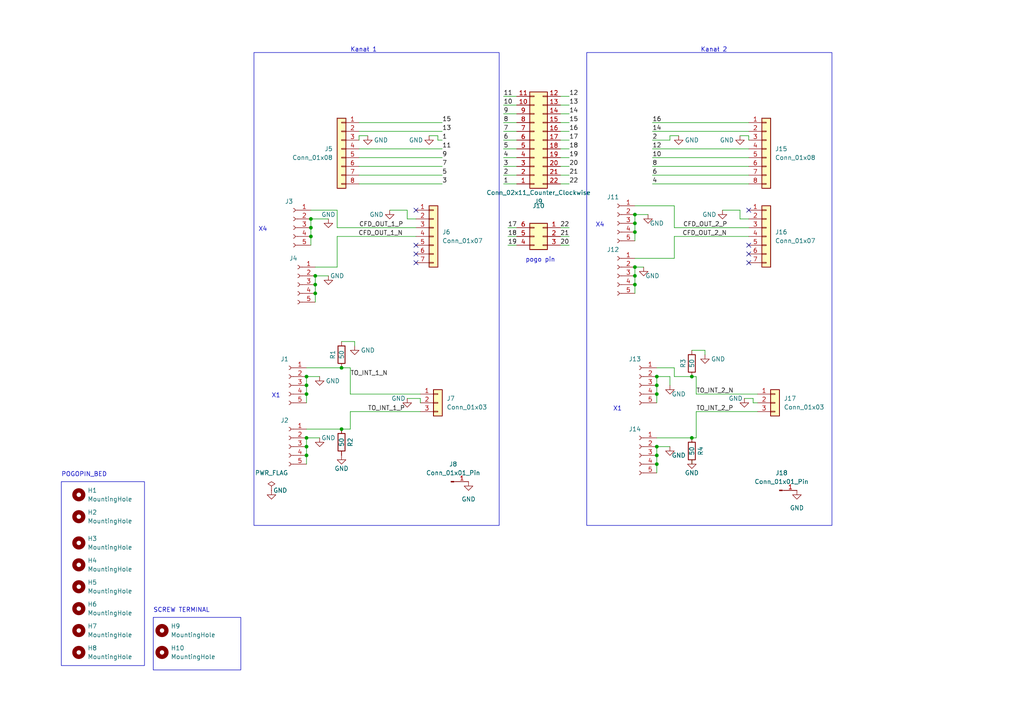
<source format=kicad_sch>
(kicad_sch (version 20230121) (generator eeschema)

  (uuid 48ce9b16-b9c8-4696-bdc3-9fd396081943)

  (paper "A4")

  (lib_symbols
    (symbol "Connector:Conn_01x01_Pin" (pin_names (offset 1.016) hide) (in_bom yes) (on_board yes)
      (property "Reference" "J" (at 0 2.54 0)
        (effects (font (size 1.27 1.27)))
      )
      (property "Value" "Conn_01x01_Pin" (at 0 -2.54 0)
        (effects (font (size 1.27 1.27)))
      )
      (property "Footprint" "" (at 0 0 0)
        (effects (font (size 1.27 1.27)) hide)
      )
      (property "Datasheet" "~" (at 0 0 0)
        (effects (font (size 1.27 1.27)) hide)
      )
      (property "ki_locked" "" (at 0 0 0)
        (effects (font (size 1.27 1.27)))
      )
      (property "ki_keywords" "connector" (at 0 0 0)
        (effects (font (size 1.27 1.27)) hide)
      )
      (property "ki_description" "Generic connector, single row, 01x01, script generated" (at 0 0 0)
        (effects (font (size 1.27 1.27)) hide)
      )
      (property "ki_fp_filters" "Connector*:*_1x??_*" (at 0 0 0)
        (effects (font (size 1.27 1.27)) hide)
      )
      (symbol "Conn_01x01_Pin_1_1"
        (polyline
          (pts
            (xy 1.27 0)
            (xy 0.8636 0)
          )
          (stroke (width 0.1524) (type default))
          (fill (type none))
        )
        (rectangle (start 0.8636 0.127) (end 0 -0.127)
          (stroke (width 0.1524) (type default))
          (fill (type outline))
        )
        (pin passive line (at 5.08 0 180) (length 3.81)
          (name "Pin_1" (effects (font (size 1.27 1.27))))
          (number "1" (effects (font (size 1.27 1.27))))
        )
      )
    )
    (symbol "Connector:Conn_01x05_Socket" (pin_names (offset 1.016) hide) (in_bom yes) (on_board yes)
      (property "Reference" "J" (at 0 7.62 0)
        (effects (font (size 1.27 1.27)))
      )
      (property "Value" "Conn_01x05_Socket" (at 0 -7.62 0)
        (effects (font (size 1.27 1.27)))
      )
      (property "Footprint" "" (at 0 0 0)
        (effects (font (size 1.27 1.27)) hide)
      )
      (property "Datasheet" "~" (at 0 0 0)
        (effects (font (size 1.27 1.27)) hide)
      )
      (property "ki_locked" "" (at 0 0 0)
        (effects (font (size 1.27 1.27)))
      )
      (property "ki_keywords" "connector" (at 0 0 0)
        (effects (font (size 1.27 1.27)) hide)
      )
      (property "ki_description" "Generic connector, single row, 01x05, script generated" (at 0 0 0)
        (effects (font (size 1.27 1.27)) hide)
      )
      (property "ki_fp_filters" "Connector*:*_1x??_*" (at 0 0 0)
        (effects (font (size 1.27 1.27)) hide)
      )
      (symbol "Conn_01x05_Socket_1_1"
        (arc (start 0 -4.572) (mid -0.5058 -5.08) (end 0 -5.588)
          (stroke (width 0.1524) (type default))
          (fill (type none))
        )
        (arc (start 0 -2.032) (mid -0.5058 -2.54) (end 0 -3.048)
          (stroke (width 0.1524) (type default))
          (fill (type none))
        )
        (polyline
          (pts
            (xy -1.27 -5.08)
            (xy -0.508 -5.08)
          )
          (stroke (width 0.1524) (type default))
          (fill (type none))
        )
        (polyline
          (pts
            (xy -1.27 -2.54)
            (xy -0.508 -2.54)
          )
          (stroke (width 0.1524) (type default))
          (fill (type none))
        )
        (polyline
          (pts
            (xy -1.27 0)
            (xy -0.508 0)
          )
          (stroke (width 0.1524) (type default))
          (fill (type none))
        )
        (polyline
          (pts
            (xy -1.27 2.54)
            (xy -0.508 2.54)
          )
          (stroke (width 0.1524) (type default))
          (fill (type none))
        )
        (polyline
          (pts
            (xy -1.27 5.08)
            (xy -0.508 5.08)
          )
          (stroke (width 0.1524) (type default))
          (fill (type none))
        )
        (arc (start 0 0.508) (mid -0.5058 0) (end 0 -0.508)
          (stroke (width 0.1524) (type default))
          (fill (type none))
        )
        (arc (start 0 3.048) (mid -0.5058 2.54) (end 0 2.032)
          (stroke (width 0.1524) (type default))
          (fill (type none))
        )
        (arc (start 0 5.588) (mid -0.5058 5.08) (end 0 4.572)
          (stroke (width 0.1524) (type default))
          (fill (type none))
        )
        (pin passive line (at -5.08 5.08 0) (length 3.81)
          (name "Pin_1" (effects (font (size 1.27 1.27))))
          (number "1" (effects (font (size 1.27 1.27))))
        )
        (pin passive line (at -5.08 2.54 0) (length 3.81)
          (name "Pin_2" (effects (font (size 1.27 1.27))))
          (number "2" (effects (font (size 1.27 1.27))))
        )
        (pin passive line (at -5.08 0 0) (length 3.81)
          (name "Pin_3" (effects (font (size 1.27 1.27))))
          (number "3" (effects (font (size 1.27 1.27))))
        )
        (pin passive line (at -5.08 -2.54 0) (length 3.81)
          (name "Pin_4" (effects (font (size 1.27 1.27))))
          (number "4" (effects (font (size 1.27 1.27))))
        )
        (pin passive line (at -5.08 -5.08 0) (length 3.81)
          (name "Pin_5" (effects (font (size 1.27 1.27))))
          (number "5" (effects (font (size 1.27 1.27))))
        )
      )
    )
    (symbol "Connector_Generic:Conn_01x03" (pin_names (offset 1.016) hide) (in_bom yes) (on_board yes)
      (property "Reference" "J" (at 0 5.08 0)
        (effects (font (size 1.27 1.27)))
      )
      (property "Value" "Conn_01x03" (at 0 -5.08 0)
        (effects (font (size 1.27 1.27)))
      )
      (property "Footprint" "" (at 0 0 0)
        (effects (font (size 1.27 1.27)) hide)
      )
      (property "Datasheet" "~" (at 0 0 0)
        (effects (font (size 1.27 1.27)) hide)
      )
      (property "ki_keywords" "connector" (at 0 0 0)
        (effects (font (size 1.27 1.27)) hide)
      )
      (property "ki_description" "Generic connector, single row, 01x03, script generated (kicad-library-utils/schlib/autogen/connector/)" (at 0 0 0)
        (effects (font (size 1.27 1.27)) hide)
      )
      (property "ki_fp_filters" "Connector*:*_1x??_*" (at 0 0 0)
        (effects (font (size 1.27 1.27)) hide)
      )
      (symbol "Conn_01x03_1_1"
        (rectangle (start -1.27 -2.413) (end 0 -2.667)
          (stroke (width 0.1524) (type default))
          (fill (type none))
        )
        (rectangle (start -1.27 0.127) (end 0 -0.127)
          (stroke (width 0.1524) (type default))
          (fill (type none))
        )
        (rectangle (start -1.27 2.667) (end 0 2.413)
          (stroke (width 0.1524) (type default))
          (fill (type none))
        )
        (rectangle (start -1.27 3.81) (end 1.27 -3.81)
          (stroke (width 0.254) (type default))
          (fill (type background))
        )
        (pin passive line (at -5.08 2.54 0) (length 3.81)
          (name "Pin_1" (effects (font (size 1.27 1.27))))
          (number "1" (effects (font (size 1.27 1.27))))
        )
        (pin passive line (at -5.08 0 0) (length 3.81)
          (name "Pin_2" (effects (font (size 1.27 1.27))))
          (number "2" (effects (font (size 1.27 1.27))))
        )
        (pin passive line (at -5.08 -2.54 0) (length 3.81)
          (name "Pin_3" (effects (font (size 1.27 1.27))))
          (number "3" (effects (font (size 1.27 1.27))))
        )
      )
    )
    (symbol "Connector_Generic:Conn_01x07" (pin_names (offset 1.016) hide) (in_bom yes) (on_board yes)
      (property "Reference" "J" (at 0 10.16 0)
        (effects (font (size 1.27 1.27)))
      )
      (property "Value" "Conn_01x07" (at 0 -10.16 0)
        (effects (font (size 1.27 1.27)))
      )
      (property "Footprint" "" (at 0 0 0)
        (effects (font (size 1.27 1.27)) hide)
      )
      (property "Datasheet" "~" (at 0 0 0)
        (effects (font (size 1.27 1.27)) hide)
      )
      (property "ki_keywords" "connector" (at 0 0 0)
        (effects (font (size 1.27 1.27)) hide)
      )
      (property "ki_description" "Generic connector, single row, 01x07, script generated (kicad-library-utils/schlib/autogen/connector/)" (at 0 0 0)
        (effects (font (size 1.27 1.27)) hide)
      )
      (property "ki_fp_filters" "Connector*:*_1x??_*" (at 0 0 0)
        (effects (font (size 1.27 1.27)) hide)
      )
      (symbol "Conn_01x07_1_1"
        (rectangle (start -1.27 -7.493) (end 0 -7.747)
          (stroke (width 0.1524) (type default))
          (fill (type none))
        )
        (rectangle (start -1.27 -4.953) (end 0 -5.207)
          (stroke (width 0.1524) (type default))
          (fill (type none))
        )
        (rectangle (start -1.27 -2.413) (end 0 -2.667)
          (stroke (width 0.1524) (type default))
          (fill (type none))
        )
        (rectangle (start -1.27 0.127) (end 0 -0.127)
          (stroke (width 0.1524) (type default))
          (fill (type none))
        )
        (rectangle (start -1.27 2.667) (end 0 2.413)
          (stroke (width 0.1524) (type default))
          (fill (type none))
        )
        (rectangle (start -1.27 5.207) (end 0 4.953)
          (stroke (width 0.1524) (type default))
          (fill (type none))
        )
        (rectangle (start -1.27 7.747) (end 0 7.493)
          (stroke (width 0.1524) (type default))
          (fill (type none))
        )
        (rectangle (start -1.27 8.89) (end 1.27 -8.89)
          (stroke (width 0.254) (type default))
          (fill (type background))
        )
        (pin passive line (at -5.08 7.62 0) (length 3.81)
          (name "Pin_1" (effects (font (size 1.27 1.27))))
          (number "1" (effects (font (size 1.27 1.27))))
        )
        (pin passive line (at -5.08 5.08 0) (length 3.81)
          (name "Pin_2" (effects (font (size 1.27 1.27))))
          (number "2" (effects (font (size 1.27 1.27))))
        )
        (pin passive line (at -5.08 2.54 0) (length 3.81)
          (name "Pin_3" (effects (font (size 1.27 1.27))))
          (number "3" (effects (font (size 1.27 1.27))))
        )
        (pin passive line (at -5.08 0 0) (length 3.81)
          (name "Pin_4" (effects (font (size 1.27 1.27))))
          (number "4" (effects (font (size 1.27 1.27))))
        )
        (pin passive line (at -5.08 -2.54 0) (length 3.81)
          (name "Pin_5" (effects (font (size 1.27 1.27))))
          (number "5" (effects (font (size 1.27 1.27))))
        )
        (pin passive line (at -5.08 -5.08 0) (length 3.81)
          (name "Pin_6" (effects (font (size 1.27 1.27))))
          (number "6" (effects (font (size 1.27 1.27))))
        )
        (pin passive line (at -5.08 -7.62 0) (length 3.81)
          (name "Pin_7" (effects (font (size 1.27 1.27))))
          (number "7" (effects (font (size 1.27 1.27))))
        )
      )
    )
    (symbol "Connector_Generic:Conn_01x08" (pin_names (offset 1.016) hide) (in_bom yes) (on_board yes)
      (property "Reference" "J" (at 0 10.16 0)
        (effects (font (size 1.27 1.27)))
      )
      (property "Value" "Conn_01x08" (at 0 -12.7 0)
        (effects (font (size 1.27 1.27)))
      )
      (property "Footprint" "" (at 0 0 0)
        (effects (font (size 1.27 1.27)) hide)
      )
      (property "Datasheet" "~" (at 0 0 0)
        (effects (font (size 1.27 1.27)) hide)
      )
      (property "ki_keywords" "connector" (at 0 0 0)
        (effects (font (size 1.27 1.27)) hide)
      )
      (property "ki_description" "Generic connector, single row, 01x08, script generated (kicad-library-utils/schlib/autogen/connector/)" (at 0 0 0)
        (effects (font (size 1.27 1.27)) hide)
      )
      (property "ki_fp_filters" "Connector*:*_1x??_*" (at 0 0 0)
        (effects (font (size 1.27 1.27)) hide)
      )
      (symbol "Conn_01x08_1_1"
        (rectangle (start -1.27 -10.033) (end 0 -10.287)
          (stroke (width 0.1524) (type default))
          (fill (type none))
        )
        (rectangle (start -1.27 -7.493) (end 0 -7.747)
          (stroke (width 0.1524) (type default))
          (fill (type none))
        )
        (rectangle (start -1.27 -4.953) (end 0 -5.207)
          (stroke (width 0.1524) (type default))
          (fill (type none))
        )
        (rectangle (start -1.27 -2.413) (end 0 -2.667)
          (stroke (width 0.1524) (type default))
          (fill (type none))
        )
        (rectangle (start -1.27 0.127) (end 0 -0.127)
          (stroke (width 0.1524) (type default))
          (fill (type none))
        )
        (rectangle (start -1.27 2.667) (end 0 2.413)
          (stroke (width 0.1524) (type default))
          (fill (type none))
        )
        (rectangle (start -1.27 5.207) (end 0 4.953)
          (stroke (width 0.1524) (type default))
          (fill (type none))
        )
        (rectangle (start -1.27 7.747) (end 0 7.493)
          (stroke (width 0.1524) (type default))
          (fill (type none))
        )
        (rectangle (start -1.27 8.89) (end 1.27 -11.43)
          (stroke (width 0.254) (type default))
          (fill (type background))
        )
        (pin passive line (at -5.08 7.62 0) (length 3.81)
          (name "Pin_1" (effects (font (size 1.27 1.27))))
          (number "1" (effects (font (size 1.27 1.27))))
        )
        (pin passive line (at -5.08 5.08 0) (length 3.81)
          (name "Pin_2" (effects (font (size 1.27 1.27))))
          (number "2" (effects (font (size 1.27 1.27))))
        )
        (pin passive line (at -5.08 2.54 0) (length 3.81)
          (name "Pin_3" (effects (font (size 1.27 1.27))))
          (number "3" (effects (font (size 1.27 1.27))))
        )
        (pin passive line (at -5.08 0 0) (length 3.81)
          (name "Pin_4" (effects (font (size 1.27 1.27))))
          (number "4" (effects (font (size 1.27 1.27))))
        )
        (pin passive line (at -5.08 -2.54 0) (length 3.81)
          (name "Pin_5" (effects (font (size 1.27 1.27))))
          (number "5" (effects (font (size 1.27 1.27))))
        )
        (pin passive line (at -5.08 -5.08 0) (length 3.81)
          (name "Pin_6" (effects (font (size 1.27 1.27))))
          (number "6" (effects (font (size 1.27 1.27))))
        )
        (pin passive line (at -5.08 -7.62 0) (length 3.81)
          (name "Pin_7" (effects (font (size 1.27 1.27))))
          (number "7" (effects (font (size 1.27 1.27))))
        )
        (pin passive line (at -5.08 -10.16 0) (length 3.81)
          (name "Pin_8" (effects (font (size 1.27 1.27))))
          (number "8" (effects (font (size 1.27 1.27))))
        )
      )
    )
    (symbol "Connector_Generic:Conn_02x03_Counter_Clockwise" (pin_names (offset 1.016) hide) (in_bom yes) (on_board yes)
      (property "Reference" "J" (at 1.27 5.08 0)
        (effects (font (size 1.27 1.27)))
      )
      (property "Value" "Conn_02x03_Counter_Clockwise" (at 1.27 -5.08 0)
        (effects (font (size 1.27 1.27)))
      )
      (property "Footprint" "" (at 0 0 0)
        (effects (font (size 1.27 1.27)) hide)
      )
      (property "Datasheet" "~" (at 0 0 0)
        (effects (font (size 1.27 1.27)) hide)
      )
      (property "ki_keywords" "connector" (at 0 0 0)
        (effects (font (size 1.27 1.27)) hide)
      )
      (property "ki_description" "Generic connector, double row, 02x03, counter clockwise pin numbering scheme (similar to DIP package numbering), script generated (kicad-library-utils/schlib/autogen/connector/)" (at 0 0 0)
        (effects (font (size 1.27 1.27)) hide)
      )
      (property "ki_fp_filters" "Connector*:*_2x??_*" (at 0 0 0)
        (effects (font (size 1.27 1.27)) hide)
      )
      (symbol "Conn_02x03_Counter_Clockwise_1_1"
        (rectangle (start -1.27 -2.413) (end 0 -2.667)
          (stroke (width 0.1524) (type default))
          (fill (type none))
        )
        (rectangle (start -1.27 0.127) (end 0 -0.127)
          (stroke (width 0.1524) (type default))
          (fill (type none))
        )
        (rectangle (start -1.27 2.667) (end 0 2.413)
          (stroke (width 0.1524) (type default))
          (fill (type none))
        )
        (rectangle (start -1.27 3.81) (end 3.81 -3.81)
          (stroke (width 0.254) (type default))
          (fill (type background))
        )
        (rectangle (start 3.81 -2.413) (end 2.54 -2.667)
          (stroke (width 0.1524) (type default))
          (fill (type none))
        )
        (rectangle (start 3.81 0.127) (end 2.54 -0.127)
          (stroke (width 0.1524) (type default))
          (fill (type none))
        )
        (rectangle (start 3.81 2.667) (end 2.54 2.413)
          (stroke (width 0.1524) (type default))
          (fill (type none))
        )
        (pin passive line (at -5.08 2.54 0) (length 3.81)
          (name "Pin_1" (effects (font (size 1.27 1.27))))
          (number "1" (effects (font (size 1.27 1.27))))
        )
        (pin passive line (at -5.08 0 0) (length 3.81)
          (name "Pin_2" (effects (font (size 1.27 1.27))))
          (number "2" (effects (font (size 1.27 1.27))))
        )
        (pin passive line (at -5.08 -2.54 0) (length 3.81)
          (name "Pin_3" (effects (font (size 1.27 1.27))))
          (number "3" (effects (font (size 1.27 1.27))))
        )
        (pin passive line (at 7.62 -2.54 180) (length 3.81)
          (name "Pin_4" (effects (font (size 1.27 1.27))))
          (number "4" (effects (font (size 1.27 1.27))))
        )
        (pin passive line (at 7.62 0 180) (length 3.81)
          (name "Pin_5" (effects (font (size 1.27 1.27))))
          (number "5" (effects (font (size 1.27 1.27))))
        )
        (pin passive line (at 7.62 2.54 180) (length 3.81)
          (name "Pin_6" (effects (font (size 1.27 1.27))))
          (number "6" (effects (font (size 1.27 1.27))))
        )
      )
    )
    (symbol "Connector_Generic:Conn_02x11_Counter_Clockwise" (pin_names (offset 1.016) hide) (in_bom yes) (on_board yes)
      (property "Reference" "J" (at 1.27 15.24 0)
        (effects (font (size 1.27 1.27)))
      )
      (property "Value" "Conn_02x11_Counter_Clockwise" (at 1.27 -15.24 0)
        (effects (font (size 1.27 1.27)))
      )
      (property "Footprint" "" (at 0 0 0)
        (effects (font (size 1.27 1.27)) hide)
      )
      (property "Datasheet" "~" (at 0 0 0)
        (effects (font (size 1.27 1.27)) hide)
      )
      (property "ki_keywords" "connector" (at 0 0 0)
        (effects (font (size 1.27 1.27)) hide)
      )
      (property "ki_description" "Generic connector, double row, 02x11, counter clockwise pin numbering scheme (similar to DIP package numbering), script generated (kicad-library-utils/schlib/autogen/connector/)" (at 0 0 0)
        (effects (font (size 1.27 1.27)) hide)
      )
      (property "ki_fp_filters" "Connector*:*_2x??_*" (at 0 0 0)
        (effects (font (size 1.27 1.27)) hide)
      )
      (symbol "Conn_02x11_Counter_Clockwise_1_1"
        (rectangle (start -1.27 -12.573) (end 0 -12.827)
          (stroke (width 0.1524) (type default))
          (fill (type none))
        )
        (rectangle (start -1.27 -10.033) (end 0 -10.287)
          (stroke (width 0.1524) (type default))
          (fill (type none))
        )
        (rectangle (start -1.27 -7.493) (end 0 -7.747)
          (stroke (width 0.1524) (type default))
          (fill (type none))
        )
        (rectangle (start -1.27 -4.953) (end 0 -5.207)
          (stroke (width 0.1524) (type default))
          (fill (type none))
        )
        (rectangle (start -1.27 -2.413) (end 0 -2.667)
          (stroke (width 0.1524) (type default))
          (fill (type none))
        )
        (rectangle (start -1.27 0.127) (end 0 -0.127)
          (stroke (width 0.1524) (type default))
          (fill (type none))
        )
        (rectangle (start -1.27 2.667) (end 0 2.413)
          (stroke (width 0.1524) (type default))
          (fill (type none))
        )
        (rectangle (start -1.27 5.207) (end 0 4.953)
          (stroke (width 0.1524) (type default))
          (fill (type none))
        )
        (rectangle (start -1.27 7.747) (end 0 7.493)
          (stroke (width 0.1524) (type default))
          (fill (type none))
        )
        (rectangle (start -1.27 10.287) (end 0 10.033)
          (stroke (width 0.1524) (type default))
          (fill (type none))
        )
        (rectangle (start -1.27 12.827) (end 0 12.573)
          (stroke (width 0.1524) (type default))
          (fill (type none))
        )
        (rectangle (start -1.27 13.97) (end 3.81 -13.97)
          (stroke (width 0.254) (type default))
          (fill (type background))
        )
        (rectangle (start 3.81 -12.573) (end 2.54 -12.827)
          (stroke (width 0.1524) (type default))
          (fill (type none))
        )
        (rectangle (start 3.81 -10.033) (end 2.54 -10.287)
          (stroke (width 0.1524) (type default))
          (fill (type none))
        )
        (rectangle (start 3.81 -7.493) (end 2.54 -7.747)
          (stroke (width 0.1524) (type default))
          (fill (type none))
        )
        (rectangle (start 3.81 -4.953) (end 2.54 -5.207)
          (stroke (width 0.1524) (type default))
          (fill (type none))
        )
        (rectangle (start 3.81 -2.413) (end 2.54 -2.667)
          (stroke (width 0.1524) (type default))
          (fill (type none))
        )
        (rectangle (start 3.81 0.127) (end 2.54 -0.127)
          (stroke (width 0.1524) (type default))
          (fill (type none))
        )
        (rectangle (start 3.81 2.667) (end 2.54 2.413)
          (stroke (width 0.1524) (type default))
          (fill (type none))
        )
        (rectangle (start 3.81 5.207) (end 2.54 4.953)
          (stroke (width 0.1524) (type default))
          (fill (type none))
        )
        (rectangle (start 3.81 7.747) (end 2.54 7.493)
          (stroke (width 0.1524) (type default))
          (fill (type none))
        )
        (rectangle (start 3.81 10.287) (end 2.54 10.033)
          (stroke (width 0.1524) (type default))
          (fill (type none))
        )
        (rectangle (start 3.81 12.827) (end 2.54 12.573)
          (stroke (width 0.1524) (type default))
          (fill (type none))
        )
        (pin passive line (at -5.08 12.7 0) (length 3.81)
          (name "Pin_1" (effects (font (size 1.27 1.27))))
          (number "1" (effects (font (size 1.27 1.27))))
        )
        (pin passive line (at -5.08 -10.16 0) (length 3.81)
          (name "Pin_10" (effects (font (size 1.27 1.27))))
          (number "10" (effects (font (size 1.27 1.27))))
        )
        (pin passive line (at -5.08 -12.7 0) (length 3.81)
          (name "Pin_11" (effects (font (size 1.27 1.27))))
          (number "11" (effects (font (size 1.27 1.27))))
        )
        (pin passive line (at 7.62 -12.7 180) (length 3.81)
          (name "Pin_12" (effects (font (size 1.27 1.27))))
          (number "12" (effects (font (size 1.27 1.27))))
        )
        (pin passive line (at 7.62 -10.16 180) (length 3.81)
          (name "Pin_13" (effects (font (size 1.27 1.27))))
          (number "13" (effects (font (size 1.27 1.27))))
        )
        (pin passive line (at 7.62 -7.62 180) (length 3.81)
          (name "Pin_14" (effects (font (size 1.27 1.27))))
          (number "14" (effects (font (size 1.27 1.27))))
        )
        (pin passive line (at 7.62 -5.08 180) (length 3.81)
          (name "Pin_15" (effects (font (size 1.27 1.27))))
          (number "15" (effects (font (size 1.27 1.27))))
        )
        (pin passive line (at 7.62 -2.54 180) (length 3.81)
          (name "Pin_16" (effects (font (size 1.27 1.27))))
          (number "16" (effects (font (size 1.27 1.27))))
        )
        (pin passive line (at 7.62 0 180) (length 3.81)
          (name "Pin_17" (effects (font (size 1.27 1.27))))
          (number "17" (effects (font (size 1.27 1.27))))
        )
        (pin passive line (at 7.62 2.54 180) (length 3.81)
          (name "Pin_18" (effects (font (size 1.27 1.27))))
          (number "18" (effects (font (size 1.27 1.27))))
        )
        (pin passive line (at 7.62 5.08 180) (length 3.81)
          (name "Pin_19" (effects (font (size 1.27 1.27))))
          (number "19" (effects (font (size 1.27 1.27))))
        )
        (pin passive line (at -5.08 10.16 0) (length 3.81)
          (name "Pin_2" (effects (font (size 1.27 1.27))))
          (number "2" (effects (font (size 1.27 1.27))))
        )
        (pin passive line (at 7.62 7.62 180) (length 3.81)
          (name "Pin_20" (effects (font (size 1.27 1.27))))
          (number "20" (effects (font (size 1.27 1.27))))
        )
        (pin passive line (at 7.62 10.16 180) (length 3.81)
          (name "Pin_21" (effects (font (size 1.27 1.27))))
          (number "21" (effects (font (size 1.27 1.27))))
        )
        (pin passive line (at 7.62 12.7 180) (length 3.81)
          (name "Pin_22" (effects (font (size 1.27 1.27))))
          (number "22" (effects (font (size 1.27 1.27))))
        )
        (pin passive line (at -5.08 7.62 0) (length 3.81)
          (name "Pin_3" (effects (font (size 1.27 1.27))))
          (number "3" (effects (font (size 1.27 1.27))))
        )
        (pin passive line (at -5.08 5.08 0) (length 3.81)
          (name "Pin_4" (effects (font (size 1.27 1.27))))
          (number "4" (effects (font (size 1.27 1.27))))
        )
        (pin passive line (at -5.08 2.54 0) (length 3.81)
          (name "Pin_5" (effects (font (size 1.27 1.27))))
          (number "5" (effects (font (size 1.27 1.27))))
        )
        (pin passive line (at -5.08 0 0) (length 3.81)
          (name "Pin_6" (effects (font (size 1.27 1.27))))
          (number "6" (effects (font (size 1.27 1.27))))
        )
        (pin passive line (at -5.08 -2.54 0) (length 3.81)
          (name "Pin_7" (effects (font (size 1.27 1.27))))
          (number "7" (effects (font (size 1.27 1.27))))
        )
        (pin passive line (at -5.08 -5.08 0) (length 3.81)
          (name "Pin_8" (effects (font (size 1.27 1.27))))
          (number "8" (effects (font (size 1.27 1.27))))
        )
        (pin passive line (at -5.08 -7.62 0) (length 3.81)
          (name "Pin_9" (effects (font (size 1.27 1.27))))
          (number "9" (effects (font (size 1.27 1.27))))
        )
      )
    )
    (symbol "Device:R" (pin_numbers hide) (pin_names (offset 0)) (in_bom yes) (on_board yes)
      (property "Reference" "R" (at 2.032 0 90)
        (effects (font (size 1.27 1.27)))
      )
      (property "Value" "R" (at 0 0 90)
        (effects (font (size 1.27 1.27)))
      )
      (property "Footprint" "" (at -1.778 0 90)
        (effects (font (size 1.27 1.27)) hide)
      )
      (property "Datasheet" "~" (at 0 0 0)
        (effects (font (size 1.27 1.27)) hide)
      )
      (property "ki_keywords" "R res resistor" (at 0 0 0)
        (effects (font (size 1.27 1.27)) hide)
      )
      (property "ki_description" "Resistor" (at 0 0 0)
        (effects (font (size 1.27 1.27)) hide)
      )
      (property "ki_fp_filters" "R_*" (at 0 0 0)
        (effects (font (size 1.27 1.27)) hide)
      )
      (symbol "R_0_1"
        (rectangle (start -1.016 -2.54) (end 1.016 2.54)
          (stroke (width 0.254) (type default))
          (fill (type none))
        )
      )
      (symbol "R_1_1"
        (pin passive line (at 0 3.81 270) (length 1.27)
          (name "~" (effects (font (size 1.27 1.27))))
          (number "1" (effects (font (size 1.27 1.27))))
        )
        (pin passive line (at 0 -3.81 90) (length 1.27)
          (name "~" (effects (font (size 1.27 1.27))))
          (number "2" (effects (font (size 1.27 1.27))))
        )
      )
    )
    (symbol "Mechanical:MountingHole" (pin_names (offset 1.016)) (in_bom yes) (on_board yes)
      (property "Reference" "H" (at 0 5.08 0)
        (effects (font (size 1.27 1.27)))
      )
      (property "Value" "MountingHole" (at 0 3.175 0)
        (effects (font (size 1.27 1.27)))
      )
      (property "Footprint" "" (at 0 0 0)
        (effects (font (size 1.27 1.27)) hide)
      )
      (property "Datasheet" "~" (at 0 0 0)
        (effects (font (size 1.27 1.27)) hide)
      )
      (property "ki_keywords" "mounting hole" (at 0 0 0)
        (effects (font (size 1.27 1.27)) hide)
      )
      (property "ki_description" "Mounting Hole without connection" (at 0 0 0)
        (effects (font (size 1.27 1.27)) hide)
      )
      (property "ki_fp_filters" "MountingHole*" (at 0 0 0)
        (effects (font (size 1.27 1.27)) hide)
      )
      (symbol "MountingHole_0_1"
        (circle (center 0 0) (radius 1.27)
          (stroke (width 1.27) (type default))
          (fill (type none))
        )
      )
    )
    (symbol "power:GND" (power) (pin_names (offset 0)) (in_bom yes) (on_board yes)
      (property "Reference" "#PWR" (at 0 -6.35 0)
        (effects (font (size 1.27 1.27)) hide)
      )
      (property "Value" "GND" (at 0 -3.81 0)
        (effects (font (size 1.27 1.27)))
      )
      (property "Footprint" "" (at 0 0 0)
        (effects (font (size 1.27 1.27)) hide)
      )
      (property "Datasheet" "" (at 0 0 0)
        (effects (font (size 1.27 1.27)) hide)
      )
      (property "ki_keywords" "global power" (at 0 0 0)
        (effects (font (size 1.27 1.27)) hide)
      )
      (property "ki_description" "Power symbol creates a global label with name \"GND\" , ground" (at 0 0 0)
        (effects (font (size 1.27 1.27)) hide)
      )
      (symbol "GND_0_1"
        (polyline
          (pts
            (xy 0 0)
            (xy 0 -1.27)
            (xy 1.27 -1.27)
            (xy 0 -2.54)
            (xy -1.27 -1.27)
            (xy 0 -1.27)
          )
          (stroke (width 0) (type default))
          (fill (type none))
        )
      )
      (symbol "GND_1_1"
        (pin power_in line (at 0 0 270) (length 0) hide
          (name "GND" (effects (font (size 1.27 1.27))))
          (number "1" (effects (font (size 1.27 1.27))))
        )
      )
    )
    (symbol "power:PWR_FLAG" (power) (pin_numbers hide) (pin_names (offset 0) hide) (in_bom yes) (on_board yes)
      (property "Reference" "#FLG" (at 0 1.905 0)
        (effects (font (size 1.27 1.27)) hide)
      )
      (property "Value" "PWR_FLAG" (at 0 3.81 0)
        (effects (font (size 1.27 1.27)))
      )
      (property "Footprint" "" (at 0 0 0)
        (effects (font (size 1.27 1.27)) hide)
      )
      (property "Datasheet" "~" (at 0 0 0)
        (effects (font (size 1.27 1.27)) hide)
      )
      (property "ki_keywords" "flag power" (at 0 0 0)
        (effects (font (size 1.27 1.27)) hide)
      )
      (property "ki_description" "Special symbol for telling ERC where power comes from" (at 0 0 0)
        (effects (font (size 1.27 1.27)) hide)
      )
      (symbol "PWR_FLAG_0_0"
        (pin power_out line (at 0 0 90) (length 0)
          (name "pwr" (effects (font (size 1.27 1.27))))
          (number "1" (effects (font (size 1.27 1.27))))
        )
      )
      (symbol "PWR_FLAG_0_1"
        (polyline
          (pts
            (xy 0 0)
            (xy 0 1.27)
            (xy -1.016 1.905)
            (xy 0 2.54)
            (xy 1.016 1.905)
            (xy 0 1.27)
          )
          (stroke (width 0) (type default))
          (fill (type none))
        )
      )
    )
  )

  (junction (at 200.66 109.22) (diameter 0) (color 0 0 0 0)
    (uuid 0174fba3-48c7-43c6-ad8e-a04269ab6c1b)
  )
  (junction (at 184.15 82.55) (diameter 0) (color 0 0 0 0)
    (uuid 0263cd52-742a-4f1b-92fe-ec48150a90f1)
  )
  (junction (at 190.5 109.22) (diameter 0) (color 0 0 0 0)
    (uuid 05fd6101-7f32-4734-af10-ed6c661d2bf4)
  )
  (junction (at 184.15 64.77) (diameter 0) (color 0 0 0 0)
    (uuid 09d20ce7-77e0-4511-8299-5b8a72f5a176)
  )
  (junction (at 99.06 124.46) (diameter 0) (color 0 0 0 0)
    (uuid 103c381b-3a7b-412c-8ab1-2cb62d353d4c)
  )
  (junction (at 90.17 68.58) (diameter 0) (color 0 0 0 0)
    (uuid 22c03890-c843-41b1-9c8a-4c83f17bea58)
  )
  (junction (at 184.15 77.47) (diameter 0) (color 0 0 0 0)
    (uuid 25064afe-afd1-41f1-acdc-7d60ada0f27f)
  )
  (junction (at 190.5 114.3) (diameter 0) (color 0 0 0 0)
    (uuid 2ba37083-86b6-487d-b546-be07d300149e)
  )
  (junction (at 88.9 129.54) (diameter 0) (color 0 0 0 0)
    (uuid 3110ba17-954c-4d39-a5d0-fcac09e592ad)
  )
  (junction (at 91.44 85.09) (diameter 0) (color 0 0 0 0)
    (uuid 42c57e18-7511-428c-8fb0-33ab3d04816b)
  )
  (junction (at 90.17 66.04) (diameter 0) (color 0 0 0 0)
    (uuid 4be5aa75-7cdd-492f-954f-0e4ae45763f3)
  )
  (junction (at 190.5 111.76) (diameter 0) (color 0 0 0 0)
    (uuid 4c03d5b8-df93-44ae-a2b1-b5fd67a5dc9e)
  )
  (junction (at 91.44 80.01) (diameter 0) (color 0 0 0 0)
    (uuid 65baf6d0-873d-423e-bc4d-2ffe3e788f67)
  )
  (junction (at 190.5 134.62) (diameter 0) (color 0 0 0 0)
    (uuid 6b0ade9a-ea57-4d7f-8523-de09715cdc0b)
  )
  (junction (at 88.9 114.3) (diameter 0) (color 0 0 0 0)
    (uuid 713d6371-a341-4140-ba7d-415d6a118086)
  )
  (junction (at 88.9 127) (diameter 0) (color 0 0 0 0)
    (uuid 7982d649-f6bd-4cc5-a1b0-16c1f960db8c)
  )
  (junction (at 88.9 109.22) (diameter 0) (color 0 0 0 0)
    (uuid 96df3778-5580-44bd-8483-b74aa9c69a90)
  )
  (junction (at 190.5 129.54) (diameter 0) (color 0 0 0 0)
    (uuid 9cbd0b52-4aaf-4f08-ba72-c2c9e9b62aa4)
  )
  (junction (at 88.9 111.76) (diameter 0) (color 0 0 0 0)
    (uuid 9e28e1d3-cc88-4818-9507-2f388ec8f066)
  )
  (junction (at 99.06 106.68) (diameter 0) (color 0 0 0 0)
    (uuid a766003e-dd2b-4cd5-b43a-6b545c3eeb0b)
  )
  (junction (at 90.17 63.5) (diameter 0) (color 0 0 0 0)
    (uuid b211f89f-eecf-407e-982e-a01c16e179b1)
  )
  (junction (at 190.5 132.08) (diameter 0) (color 0 0 0 0)
    (uuid ba3b7a97-7868-45a9-ae50-173984524142)
  )
  (junction (at 184.15 67.31) (diameter 0) (color 0 0 0 0)
    (uuid ca0090fa-3fb1-45ad-aa5e-bcffdabc2e55)
  )
  (junction (at 184.15 80.01) (diameter 0) (color 0 0 0 0)
    (uuid d086a59c-a99f-4a6f-b959-a8e2e77aaaa2)
  )
  (junction (at 200.66 127) (diameter 0) (color 0 0 0 0)
    (uuid df839d16-6c9a-4733-9f18-f8acd844c01f)
  )
  (junction (at 184.15 62.23) (diameter 0) (color 0 0 0 0)
    (uuid e92bf9ed-6231-4271-a537-bebb34226382)
  )
  (junction (at 91.44 82.55) (diameter 0) (color 0 0 0 0)
    (uuid f52b5e05-be58-4875-98f4-5cc55bef2fe6)
  )
  (junction (at 88.9 132.08) (diameter 0) (color 0 0 0 0)
    (uuid fb5c457e-e977-4aef-ad4f-f057d49ac6c0)
  )

  (no_connect (at 217.17 76.2) (uuid 20b36372-db1f-40bf-8636-e13253d27585))
  (no_connect (at 120.65 60.96) (uuid 6c2cc03f-29ec-4dea-b4e8-83e6652447e1))
  (no_connect (at 217.17 73.66) (uuid 6f850154-e232-4d22-9527-5f1f4a6330e6))
  (no_connect (at 120.65 71.12) (uuid 7302d28a-7ac2-4bae-a8af-4ede20aba3a5))
  (no_connect (at 120.65 73.66) (uuid 7521cbc5-ac44-41dd-aae2-ca44290a1237))
  (no_connect (at 217.17 60.96) (uuid adbed9d1-c0d8-41cc-ad90-097cc2f58007))
  (no_connect (at 217.17 71.12) (uuid caea53a8-98a1-4196-9565-f3372064cc15))
  (no_connect (at 120.65 76.2) (uuid fed288a6-2df7-4237-a49f-08d28ecef52c))

  (wire (pts (xy 190.5 127) (xy 200.66 127))
    (stroke (width 0) (type default))
    (uuid 03b6e87a-052b-41d2-ba4b-c799dc60c75d)
  )
  (wire (pts (xy 184.15 77.47) (xy 184.15 80.01))
    (stroke (width 0) (type default))
    (uuid 06bcf4d2-145a-4a8c-a4d6-2b7243e3bdee)
  )
  (wire (pts (xy 214.63 60.96) (xy 214.63 63.5))
    (stroke (width 0) (type default))
    (uuid 0c32281a-c6f0-4cff-88d8-5cd08921c65e)
  )
  (wire (pts (xy 195.58 66.04) (xy 217.17 66.04))
    (stroke (width 0) (type default))
    (uuid 0cbc75a8-ba11-4f17-8760-4994a4f227b7)
  )
  (wire (pts (xy 189.23 48.26) (xy 217.17 48.26))
    (stroke (width 0) (type default))
    (uuid 0d89abf7-0545-4f3c-9dbb-fa74836ff9e7)
  )
  (wire (pts (xy 146.05 48.26) (xy 149.86 48.26))
    (stroke (width 0) (type default))
    (uuid 11027205-8717-410b-92a2-5594749526cd)
  )
  (wire (pts (xy 184.15 67.31) (xy 184.15 69.85))
    (stroke (width 0) (type default))
    (uuid 127a3e0f-f97e-4e2a-a00a-1302ccc452a7)
  )
  (wire (pts (xy 97.79 60.96) (xy 97.79 66.04))
    (stroke (width 0) (type default))
    (uuid 145e4ee3-0e88-46d8-817b-4ebfd06880f4)
  )
  (wire (pts (xy 102.87 99.06) (xy 102.87 100.33))
    (stroke (width 0) (type default))
    (uuid 16d43dfc-5c33-4170-983e-82fbb33b1d8d)
  )
  (wire (pts (xy 201.93 119.38) (xy 201.93 127))
    (stroke (width 0) (type default))
    (uuid 1a7998f9-f9e8-491c-a022-4936fe83a756)
  )
  (wire (pts (xy 118.11 60.96) (xy 118.11 63.5))
    (stroke (width 0) (type default))
    (uuid 1bcbb0a2-b821-4760-861d-9bcf2d0a7d0f)
  )
  (wire (pts (xy 101.6 119.38) (xy 121.92 119.38))
    (stroke (width 0) (type default))
    (uuid 1c49c2c5-07de-44f2-9d1f-1778a1285413)
  )
  (wire (pts (xy 214.63 63.5) (xy 217.17 63.5))
    (stroke (width 0) (type default))
    (uuid 1c607f20-2ecb-48b0-9807-40fd7e3d9d98)
  )
  (wire (pts (xy 101.6 114.3) (xy 121.92 114.3))
    (stroke (width 0) (type default))
    (uuid 1ccd77e0-438f-483f-a4ba-18ed88624738)
  )
  (wire (pts (xy 90.17 68.58) (xy 90.17 71.12))
    (stroke (width 0) (type default))
    (uuid 1d1a23a6-1056-4b3f-9217-fb35b2833d52)
  )
  (wire (pts (xy 190.5 109.22) (xy 190.5 111.76))
    (stroke (width 0) (type default))
    (uuid 226ef277-4c78-441c-b75c-c2cda14f841d)
  )
  (wire (pts (xy 118.11 63.5) (xy 120.65 63.5))
    (stroke (width 0) (type default))
    (uuid 24afbe62-adb8-4414-a80c-9add193f45bd)
  )
  (wire (pts (xy 195.58 74.93) (xy 195.58 68.58))
    (stroke (width 0) (type default))
    (uuid 2500d29f-f10f-4f29-a187-b0aa0ce5f441)
  )
  (wire (pts (xy 218.44 115.57) (xy 218.44 116.84))
    (stroke (width 0) (type default))
    (uuid 25a2dd9e-fb2f-45ea-aee8-a8b1bb6ed5c0)
  )
  (wire (pts (xy 113.03 60.96) (xy 118.11 60.96))
    (stroke (width 0) (type default))
    (uuid 25ad2328-db36-49b5-a98b-6d756c37be72)
  )
  (wire (pts (xy 88.9 124.46) (xy 99.06 124.46))
    (stroke (width 0) (type default))
    (uuid 26712c83-e9ef-48b0-aad1-f13da4982ad2)
  )
  (wire (pts (xy 146.05 27.94) (xy 149.86 27.94))
    (stroke (width 0) (type default))
    (uuid 279ccc2f-9d1c-49a6-8e7d-a56258d2b692)
  )
  (wire (pts (xy 162.56 35.56) (xy 165.1 35.56))
    (stroke (width 0) (type default))
    (uuid 280ae895-fc88-4007-b5ea-094bf0f7d9fb)
  )
  (wire (pts (xy 128.27 50.8) (xy 104.14 50.8))
    (stroke (width 0) (type default))
    (uuid 28b0c59a-128b-4904-b3c5-fd9813b218f6)
  )
  (wire (pts (xy 162.56 30.48) (xy 165.1 30.48))
    (stroke (width 0) (type default))
    (uuid 2c77814b-6333-4395-9114-65855423b245)
  )
  (wire (pts (xy 97.79 68.58) (xy 120.65 68.58))
    (stroke (width 0) (type default))
    (uuid 2fb827c8-1adb-4fb8-b2f0-79a03307751e)
  )
  (wire (pts (xy 184.15 74.93) (xy 195.58 74.93))
    (stroke (width 0) (type default))
    (uuid 3076deae-da58-4e98-a385-201d89fe5382)
  )
  (wire (pts (xy 147.32 66.04) (xy 149.86 66.04))
    (stroke (width 0) (type default))
    (uuid 323af1c4-f7ef-462c-af94-cd406799e468)
  )
  (wire (pts (xy 219.71 114.3) (xy 201.93 114.3))
    (stroke (width 0) (type default))
    (uuid 32ad4937-b515-4cf2-84ec-f91b3de737e5)
  )
  (wire (pts (xy 121.92 115.57) (xy 118.11 115.57))
    (stroke (width 0) (type default))
    (uuid 34aac258-42ed-42c5-80bb-c9525c289e8c)
  )
  (wire (pts (xy 189.23 43.18) (xy 217.17 43.18))
    (stroke (width 0) (type default))
    (uuid 3677fff9-2295-48f2-8876-d52c0999ac0e)
  )
  (wire (pts (xy 217.17 39.37) (xy 217.17 40.64))
    (stroke (width 0) (type default))
    (uuid 3a9da5c8-92a9-437e-8b24-20c4be3fe0cf)
  )
  (wire (pts (xy 146.05 38.1) (xy 149.86 38.1))
    (stroke (width 0) (type default))
    (uuid 3f3650aa-9108-4261-9401-966ad6ab3c86)
  )
  (wire (pts (xy 218.44 116.84) (xy 219.71 116.84))
    (stroke (width 0) (type default))
    (uuid 3ff17755-eaa2-40ed-b64e-2189e275d42e)
  )
  (wire (pts (xy 101.6 106.68) (xy 99.06 106.68))
    (stroke (width 0) (type default))
    (uuid 447793cb-6a94-4713-9f27-5f3ba681add9)
  )
  (wire (pts (xy 88.9 127) (xy 88.9 129.54))
    (stroke (width 0) (type default))
    (uuid 45bdd5d3-a5ad-410b-ac39-0fea1288be3a)
  )
  (wire (pts (xy 184.15 80.01) (xy 184.15 82.55))
    (stroke (width 0) (type default))
    (uuid 4efd95db-0899-4305-a22c-0ca58cbf8b37)
  )
  (wire (pts (xy 190.5 134.62) (xy 190.5 137.16))
    (stroke (width 0) (type default))
    (uuid 525b93ab-a53e-48e0-8f38-b8ca8dda027d)
  )
  (wire (pts (xy 189.23 50.8) (xy 217.17 50.8))
    (stroke (width 0) (type default))
    (uuid 534ec9db-c38b-452f-8753-59186fa20de3)
  )
  (wire (pts (xy 184.15 59.69) (xy 195.58 59.69))
    (stroke (width 0) (type default))
    (uuid 591e5e0d-b4c5-4a8d-9b40-b9e51235cdba)
  )
  (wire (pts (xy 88.9 109.22) (xy 88.9 111.76))
    (stroke (width 0) (type default))
    (uuid 596d6d52-5345-425a-a764-3dcdefe3e4b4)
  )
  (wire (pts (xy 165.1 66.04) (xy 162.56 66.04))
    (stroke (width 0) (type default))
    (uuid 5a36ac7d-ebd9-4a27-8aaf-1294204328af)
  )
  (wire (pts (xy 162.56 50.8) (xy 165.1 50.8))
    (stroke (width 0) (type default))
    (uuid 5bfe52f7-7190-484a-b643-8339fa5ae813)
  )
  (wire (pts (xy 190.5 132.08) (xy 190.5 134.62))
    (stroke (width 0) (type default))
    (uuid 5d5253aa-6539-4aaa-b876-cb42b4c1b985)
  )
  (wire (pts (xy 128.27 53.34) (xy 104.14 53.34))
    (stroke (width 0) (type default))
    (uuid 5d92562b-183d-4cfa-950a-3fab503e38f1)
  )
  (wire (pts (xy 162.56 48.26) (xy 165.1 48.26))
    (stroke (width 0) (type default))
    (uuid 5eb32ce2-5107-4d34-ba5e-8026b56219dd)
  )
  (wire (pts (xy 97.79 66.04) (xy 120.65 66.04))
    (stroke (width 0) (type default))
    (uuid 5ec29dc4-c606-4db6-8063-cd221a366214)
  )
  (wire (pts (xy 165.1 68.58) (xy 162.56 68.58))
    (stroke (width 0) (type default))
    (uuid 601e4ad4-7325-47fe-bed4-95fe6756ba0d)
  )
  (wire (pts (xy 91.44 85.09) (xy 91.44 87.63))
    (stroke (width 0) (type default))
    (uuid 62611378-8d71-4315-afca-05263ffec764)
  )
  (wire (pts (xy 209.55 60.96) (xy 214.63 60.96))
    (stroke (width 0) (type default))
    (uuid 63d540c1-894d-4b7f-b726-6d6a0ec9e0f2)
  )
  (wire (pts (xy 104.14 39.37) (xy 104.14 40.64))
    (stroke (width 0) (type default))
    (uuid 64e566c4-daa5-4c85-b0d3-5a9fb0edbcbf)
  )
  (wire (pts (xy 146.05 33.02) (xy 149.86 33.02))
    (stroke (width 0) (type default))
    (uuid 6753a886-ff9e-40c2-91f7-7c7221944e7b)
  )
  (wire (pts (xy 184.15 62.23) (xy 184.15 64.77))
    (stroke (width 0) (type default))
    (uuid 6bea9914-f047-4042-8909-55baf1017193)
  )
  (wire (pts (xy 88.9 129.54) (xy 88.9 132.08))
    (stroke (width 0) (type default))
    (uuid 6db7e6a5-d1a1-4453-a7e2-d4fadc7be446)
  )
  (wire (pts (xy 91.44 80.01) (xy 91.44 82.55))
    (stroke (width 0) (type default))
    (uuid 709379f2-8904-4007-a867-59fbfba203d2)
  )
  (wire (pts (xy 88.9 114.3) (xy 88.9 116.84))
    (stroke (width 0) (type default))
    (uuid 777428d5-278c-49ae-bc0c-5f7c174a273e)
  )
  (wire (pts (xy 201.93 127) (xy 200.66 127))
    (stroke (width 0) (type default))
    (uuid 7855c334-1f67-4026-908c-372ccef8f7bf)
  )
  (wire (pts (xy 147.32 68.58) (xy 149.86 68.58))
    (stroke (width 0) (type default))
    (uuid 795a9810-7180-48cc-a7c5-e59e18ddfefc)
  )
  (wire (pts (xy 146.05 53.34) (xy 149.86 53.34))
    (stroke (width 0) (type default))
    (uuid 7acb797f-f831-4299-a331-611be20d2dd5)
  )
  (wire (pts (xy 195.58 109.22) (xy 195.58 106.68))
    (stroke (width 0) (type default))
    (uuid 7c43314e-15a4-4203-8cf4-08671169744b)
  )
  (wire (pts (xy 184.15 64.77) (xy 184.15 67.31))
    (stroke (width 0) (type default))
    (uuid 7c63f5c7-0b75-4fbf-bfce-dd10432f665d)
  )
  (wire (pts (xy 127 39.37) (xy 127 40.64))
    (stroke (width 0) (type default))
    (uuid 7e7c61d1-ddd8-4e68-acfb-14dd67abce90)
  )
  (wire (pts (xy 184.15 82.55) (xy 184.15 85.09))
    (stroke (width 0) (type default))
    (uuid 7ea77bdf-af31-4b93-90a9-15aa963dee81)
  )
  (wire (pts (xy 88.9 127) (xy 92.71 127))
    (stroke (width 0) (type default))
    (uuid 802b4a40-0ea5-4983-aede-a030f0139bf7)
  )
  (wire (pts (xy 91.44 82.55) (xy 91.44 85.09))
    (stroke (width 0) (type default))
    (uuid 81a47126-8b3f-49ac-9bf3-f7615e9309bf)
  )
  (wire (pts (xy 194.31 39.37) (xy 194.31 40.64))
    (stroke (width 0) (type default))
    (uuid 82248971-ffbf-468d-aa2a-017e44ec574b)
  )
  (wire (pts (xy 184.15 77.47) (xy 186.69 77.47))
    (stroke (width 0) (type default))
    (uuid 82523904-eefb-4d8a-bed2-9c81b6b516fc)
  )
  (wire (pts (xy 101.6 106.68) (xy 101.6 114.3))
    (stroke (width 0) (type default))
    (uuid 82ddef06-3596-4cb8-a58f-47797d2cb18c)
  )
  (wire (pts (xy 201.93 119.38) (xy 219.71 119.38))
    (stroke (width 0) (type default))
    (uuid 836843ab-b23c-4882-af84-ae3c5ebad425)
  )
  (wire (pts (xy 88.9 132.08) (xy 88.9 134.62))
    (stroke (width 0) (type default))
    (uuid 83f1e6fe-f444-4bcd-8c5d-6911e0dacde1)
  )
  (wire (pts (xy 88.9 111.76) (xy 88.9 114.3))
    (stroke (width 0) (type default))
    (uuid 85e61e2d-232d-4d19-9c41-a24bcbb72f20)
  )
  (wire (pts (xy 127 39.37) (xy 124.46 39.37))
    (stroke (width 0) (type default))
    (uuid 887236e2-ac07-4d19-b2de-5ce8f89231bb)
  )
  (wire (pts (xy 146.05 30.48) (xy 149.86 30.48))
    (stroke (width 0) (type default))
    (uuid 89ea4cdb-8e76-43a0-bef5-733fcf1c11a9)
  )
  (wire (pts (xy 200.66 101.6) (xy 204.47 101.6))
    (stroke (width 0) (type default))
    (uuid 93cf740b-4bac-4790-9730-787ffa8ee8e4)
  )
  (wire (pts (xy 106.68 39.37) (xy 104.14 39.37))
    (stroke (width 0) (type default))
    (uuid 945e5825-407e-4381-bc6e-77dae771edf0)
  )
  (wire (pts (xy 195.58 68.58) (xy 217.17 68.58))
    (stroke (width 0) (type default))
    (uuid 9530e49d-bbf7-401f-954c-9d7aa7c66f2d)
  )
  (wire (pts (xy 190.5 109.22) (xy 194.31 109.22))
    (stroke (width 0) (type default))
    (uuid 958ceb64-7b9f-4a2f-a808-f2c13fd56e4b)
  )
  (wire (pts (xy 189.23 38.1) (xy 217.17 38.1))
    (stroke (width 0) (type default))
    (uuid 9787acf9-2393-4f60-ad07-1fe12f197391)
  )
  (wire (pts (xy 91.44 77.47) (xy 97.79 77.47))
    (stroke (width 0) (type default))
    (uuid 99cfeb03-28d5-45ba-92da-03a6d8108616)
  )
  (wire (pts (xy 146.05 35.56) (xy 149.86 35.56))
    (stroke (width 0) (type default))
    (uuid 9a44049e-57d7-4386-abc5-04305d2ab519)
  )
  (wire (pts (xy 194.31 109.22) (xy 194.31 111.76))
    (stroke (width 0) (type default))
    (uuid 9b5949e6-e4cd-427a-b6f6-5783cd13585b)
  )
  (wire (pts (xy 99.06 99.06) (xy 102.87 99.06))
    (stroke (width 0) (type default))
    (uuid a0e22fab-87a5-4bd6-9b67-7c7431f65dd2)
  )
  (wire (pts (xy 128.27 43.18) (xy 104.14 43.18))
    (stroke (width 0) (type default))
    (uuid a0fb52ac-39b1-44d8-b265-03767307b102)
  )
  (wire (pts (xy 200.66 109.22) (xy 201.93 109.22))
    (stroke (width 0) (type default))
    (uuid a144f5e3-c474-4c86-974e-3a73da12bd37)
  )
  (wire (pts (xy 88.9 109.22) (xy 92.71 109.22))
    (stroke (width 0) (type default))
    (uuid a4c66aae-1d18-4e62-a89d-45e5b54ff76c)
  )
  (wire (pts (xy 215.9 115.57) (xy 218.44 115.57))
    (stroke (width 0) (type default))
    (uuid a6bf64fa-9761-4494-b5e3-fe5a22732acc)
  )
  (wire (pts (xy 195.58 109.22) (xy 200.66 109.22))
    (stroke (width 0) (type default))
    (uuid a8f3b7df-9267-4a8d-8c7b-6374dafeada7)
  )
  (wire (pts (xy 214.63 39.37) (xy 217.17 39.37))
    (stroke (width 0) (type default))
    (uuid a959f041-82be-4d6d-a02d-bcf4c70125f6)
  )
  (wire (pts (xy 195.58 66.04) (xy 195.58 59.69))
    (stroke (width 0) (type default))
    (uuid a9e4c681-54d6-429b-a2d6-aaa78a155cb3)
  )
  (wire (pts (xy 190.5 129.54) (xy 190.5 132.08))
    (stroke (width 0) (type default))
    (uuid aaa088d7-556a-4f1f-8031-8534ead530fb)
  )
  (wire (pts (xy 190.5 106.68) (xy 195.58 106.68))
    (stroke (width 0) (type default))
    (uuid ad50cb10-a25a-43f7-ac6d-5a75bb385cf1)
  )
  (wire (pts (xy 97.79 77.47) (xy 97.79 68.58))
    (stroke (width 0) (type default))
    (uuid adaa3a97-22cd-4009-9e5c-531ae3f72189)
  )
  (wire (pts (xy 189.23 45.72) (xy 217.17 45.72))
    (stroke (width 0) (type default))
    (uuid ae52a563-3513-49ed-b2d3-7e0655a3fb97)
  )
  (wire (pts (xy 162.56 40.64) (xy 165.1 40.64))
    (stroke (width 0) (type default))
    (uuid b0557af0-035c-4ab3-b079-629db5a8eb1e)
  )
  (wire (pts (xy 128.27 35.56) (xy 104.14 35.56))
    (stroke (width 0) (type default))
    (uuid b1951fb9-cdd1-4fe7-9f75-c7c6c069d385)
  )
  (wire (pts (xy 91.44 80.01) (xy 95.25 80.01))
    (stroke (width 0) (type default))
    (uuid b1dfa701-f50f-4eda-b61e-bf170deb9c29)
  )
  (wire (pts (xy 189.23 35.56) (xy 217.17 35.56))
    (stroke (width 0) (type default))
    (uuid b5aee9c7-4c24-4643-8df2-8346c9f91d96)
  )
  (wire (pts (xy 194.31 39.37) (xy 196.85 39.37))
    (stroke (width 0) (type default))
    (uuid b677e2da-1c44-4161-a6ae-521eed7214e9)
  )
  (wire (pts (xy 189.23 53.34) (xy 217.17 53.34))
    (stroke (width 0) (type default))
    (uuid b7083842-fa88-45ae-96e6-85a447c6643b)
  )
  (wire (pts (xy 146.05 50.8) (xy 149.86 50.8))
    (stroke (width 0) (type default))
    (uuid b7296c1c-2a70-4a8e-93ff-3587ab9e670f)
  )
  (wire (pts (xy 201.93 109.22) (xy 201.93 114.3))
    (stroke (width 0) (type default))
    (uuid ba85c317-b693-4e02-91df-a4aa2386f7ae)
  )
  (wire (pts (xy 162.56 43.18) (xy 165.1 43.18))
    (stroke (width 0) (type default))
    (uuid bb6dba85-5e36-4450-9b40-1dba6c341c60)
  )
  (wire (pts (xy 128.27 38.1) (xy 104.14 38.1))
    (stroke (width 0) (type default))
    (uuid bf493295-68c9-4c05-9a6e-f17d6bd5097d)
  )
  (wire (pts (xy 99.06 124.46) (xy 101.6 124.46))
    (stroke (width 0) (type default))
    (uuid c4ac2e86-0747-4b5a-a2d4-3a50709dcbf7)
  )
  (wire (pts (xy 190.5 111.76) (xy 190.5 114.3))
    (stroke (width 0) (type default))
    (uuid c64121f8-2c89-4d1a-9d31-a61ecfaee5b0)
  )
  (wire (pts (xy 146.05 45.72) (xy 149.86 45.72))
    (stroke (width 0) (type default))
    (uuid c684afcd-cc60-456a-b97f-ed38e8a4f393)
  )
  (wire (pts (xy 162.56 38.1) (xy 165.1 38.1))
    (stroke (width 0) (type default))
    (uuid c82498c5-5ef2-4bce-a7a1-7beef66b2d3a)
  )
  (wire (pts (xy 147.32 71.12) (xy 149.86 71.12))
    (stroke (width 0) (type default))
    (uuid cb8000cd-44ad-4023-a9b5-e3beef513f0c)
  )
  (wire (pts (xy 146.05 40.64) (xy 149.86 40.64))
    (stroke (width 0) (type default))
    (uuid d76d73ab-ccc9-413c-9400-ab335ce3ba22)
  )
  (wire (pts (xy 90.17 60.96) (xy 97.79 60.96))
    (stroke (width 0) (type default))
    (uuid dd813298-cb8f-49ec-8458-23a3a0c4a929)
  )
  (wire (pts (xy 162.56 33.02) (xy 165.1 33.02))
    (stroke (width 0) (type default))
    (uuid e34e884e-8346-4442-a8b7-3e46de9df536)
  )
  (wire (pts (xy 101.6 124.46) (xy 101.6 119.38))
    (stroke (width 0) (type default))
    (uuid e3bd718f-1963-43ed-a82e-933bf9607910)
  )
  (wire (pts (xy 165.1 71.12) (xy 162.56 71.12))
    (stroke (width 0) (type default))
    (uuid e6d6877a-02e3-420c-81a8-4e5485b2cfaa)
  )
  (wire (pts (xy 128.27 48.26) (xy 104.14 48.26))
    (stroke (width 0) (type default))
    (uuid e8f8af8f-7355-4de0-afb9-135bd954d2ba)
  )
  (wire (pts (xy 190.5 129.54) (xy 194.31 129.54))
    (stroke (width 0) (type default))
    (uuid e918138e-ca93-4261-9165-f5fc3ac95ed9)
  )
  (wire (pts (xy 90.17 63.5) (xy 95.25 63.5))
    (stroke (width 0) (type default))
    (uuid eb1a6fb0-0324-4734-94aa-a58b84a04b78)
  )
  (wire (pts (xy 128.27 45.72) (xy 104.14 45.72))
    (stroke (width 0) (type default))
    (uuid ec15b0c4-ddfb-4dac-b404-35daf9d32262)
  )
  (wire (pts (xy 162.56 27.94) (xy 165.1 27.94))
    (stroke (width 0) (type default))
    (uuid ecc09ed8-e4b8-4bab-afa5-c6091741121f)
  )
  (wire (pts (xy 146.05 43.18) (xy 149.86 43.18))
    (stroke (width 0) (type default))
    (uuid ef4523cd-71ce-4fcd-a5ee-751ebf9be02b)
  )
  (wire (pts (xy 204.47 101.6) (xy 204.47 102.87))
    (stroke (width 0) (type default))
    (uuid efc2a660-e926-4d97-8936-2ef4067181b5)
  )
  (wire (pts (xy 121.92 116.84) (xy 121.92 115.57))
    (stroke (width 0) (type default))
    (uuid f2151585-c3c5-4c70-bdf4-d8aa52877b86)
  )
  (wire (pts (xy 190.5 114.3) (xy 190.5 116.84))
    (stroke (width 0) (type default))
    (uuid f32a605d-ba12-4cdc-8b2e-2fa1e2f7c1ac)
  )
  (wire (pts (xy 88.9 106.68) (xy 99.06 106.68))
    (stroke (width 0) (type default))
    (uuid f484a0ce-d6a2-4598-8689-a67aca6b5dba)
  )
  (wire (pts (xy 90.17 63.5) (xy 90.17 66.04))
    (stroke (width 0) (type default))
    (uuid f4a98912-b9bb-47c0-b362-2df12e594a09)
  )
  (wire (pts (xy 127 40.64) (xy 128.27 40.64))
    (stroke (width 0) (type default))
    (uuid f4d5093a-a28a-4f31-801a-7dfb0c3edfb1)
  )
  (wire (pts (xy 162.56 45.72) (xy 165.1 45.72))
    (stroke (width 0) (type default))
    (uuid f4dfda25-5617-4763-8825-f8413756f69f)
  )
  (wire (pts (xy 189.23 40.64) (xy 194.31 40.64))
    (stroke (width 0) (type default))
    (uuid f6f1e1fd-c5f2-458c-8776-1e1624c98b54)
  )
  (wire (pts (xy 90.17 66.04) (xy 90.17 68.58))
    (stroke (width 0) (type default))
    (uuid f7667aeb-31f7-4562-a573-45a39c20421b)
  )
  (wire (pts (xy 162.56 53.34) (xy 165.1 53.34))
    (stroke (width 0) (type default))
    (uuid f7acff5d-e2a6-42fd-b226-809ddebcf371)
  )
  (wire (pts (xy 200.66 134.62) (xy 200.66 133.35))
    (stroke (width 0) (type default))
    (uuid fae8ffe6-de21-449d-83e5-ef652ab268ee)
  )
  (wire (pts (xy 184.15 62.23) (xy 187.96 62.23))
    (stroke (width 0) (type default))
    (uuid fcfb8dd7-1150-4c29-b1d0-b52aa6498049)
  )

  (rectangle (start 44.45 179.07) (end 69.85 194.31)
    (stroke (width 0) (type default))
    (fill (type none))
    (uuid 162c3c5e-91db-444a-8e63-65fb415a0af2)
  )
  (rectangle (start 73.66 15.24) (end 144.78 152.4)
    (stroke (width 0) (type default))
    (fill (type none))
    (uuid 8b811367-447f-46fb-bb13-12184952b46b)
  )
  (rectangle (start 17.78 139.7) (end 41.91 193.04)
    (stroke (width 0) (type default))
    (fill (type none))
    (uuid 8d448ce2-ce49-4041-b671-4833ababa47f)
  )
  (rectangle (start 170.18 15.24) (end 241.3 152.4)
    (stroke (width 0) (type default))
    (fill (type none))
    (uuid eadbf15f-a6b6-48a1-9253-954f41014479)
  )

  (text "Kanał 1" (at 101.6 15.24 0)
    (effects (font (size 1.27 1.27)) (justify left bottom))
    (uuid 1f878df6-ab1f-4f05-a992-66da661acb04)
  )
  (text "X1" (at 78.74 115.57 0)
    (effects (font (size 1.27 1.27)) (justify left bottom))
    (uuid 31933c96-5f49-4712-a061-b7a1142736e0)
  )
  (text "X1" (at 177.8 119.38 0)
    (effects (font (size 1.27 1.27)) (justify left bottom))
    (uuid 45d7392c-e5b6-4169-b5d0-81d3af0c86c3)
  )
  (text "SCREW TERMINAL" (at 44.45 177.8 0)
    (effects (font (size 1.27 1.27)) (justify left bottom))
    (uuid 4ae76a41-bda2-4e37-a561-906554238b7d)
  )
  (text "X4\n" (at 74.93 67.31 0)
    (effects (font (size 1.27 1.27)) (justify left bottom))
    (uuid 5e6ebdf3-c8fb-45c5-98fd-a3c6181d2542)
  )
  (text "POGOPIN_BED\n" (at 17.78 138.43 0)
    (effects (font (size 1.27 1.27)) (justify left bottom))
    (uuid 6e35f9c7-e709-4a92-932e-4120483c3c36)
  )
  (text "pogo pin\n" (at 152.4 76.2 0)
    (effects (font (size 1.27 1.27)) (justify left bottom))
    (uuid 9ec26b0a-c4aa-46ec-a226-7aeabc7c8316)
  )
  (text "Kanał 2" (at 203.2 15.24 0)
    (effects (font (size 1.27 1.27)) (justify left bottom))
    (uuid c889f747-b275-45fc-a9db-097bff330650)
  )
  (text "X4\n" (at 172.72 66.04 0)
    (effects (font (size 1.27 1.27)) (justify left bottom))
    (uuid e530e59c-ce22-45c1-b4ba-cfa3ce370ea7)
  )

  (label "TO_INT_2_P" (at 201.93 119.38 0) (fields_autoplaced)
    (effects (font (size 1.27 1.27)) (justify left bottom))
    (uuid 04aaeba7-ec56-499c-b2b1-1c43f06ba396)
  )
  (label "8" (at 146.05 35.56 0) (fields_autoplaced)
    (effects (font (size 1.27 1.27)) (justify left bottom))
    (uuid 069cd6f1-a65e-42a6-9110-2625472df40c)
  )
  (label "1" (at 128.27 40.64 0) (fields_autoplaced)
    (effects (font (size 1.27 1.27)) (justify left bottom))
    (uuid 0d4cbb91-dfd6-47a2-a1f6-2f142d280094)
  )
  (label "15" (at 128.27 35.56 0) (fields_autoplaced)
    (effects (font (size 1.27 1.27)) (justify left bottom))
    (uuid 1174ffd2-ff8d-4bd9-9820-318f9b0513cf)
  )
  (label "12" (at 189.23 43.18 0) (fields_autoplaced)
    (effects (font (size 1.27 1.27)) (justify left bottom))
    (uuid 16366e5f-b299-4c48-94fc-e325f700bd29)
  )
  (label "12" (at 165.1 27.94 0) (fields_autoplaced)
    (effects (font (size 1.27 1.27)) (justify left bottom))
    (uuid 183f5485-4466-474d-9c04-7e57d301c37f)
  )
  (label "CFD_OUT_2_P" (at 198.12 66.04 0) (fields_autoplaced)
    (effects (font (size 1.27 1.27)) (justify left bottom))
    (uuid 1dde11a8-d661-4e53-a2cf-0dd643d75ea2)
  )
  (label "6" (at 189.23 50.8 0) (fields_autoplaced)
    (effects (font (size 1.27 1.27)) (justify left bottom))
    (uuid 2422ba0e-7d44-49ac-a8c1-7291cf7d1193)
  )
  (label "20" (at 165.1 71.12 180) (fields_autoplaced)
    (effects (font (size 1.27 1.27)) (justify right bottom))
    (uuid 2afb3999-e9fc-4871-8dbb-05de1eb609cd)
  )
  (label "TO_INT_1_P" (at 106.68 119.38 0) (fields_autoplaced)
    (effects (font (size 1.27 1.27)) (justify left bottom))
    (uuid 2b60384b-c6b7-4571-a8fb-a365db1c5962)
  )
  (label "17" (at 165.1 40.64 0) (fields_autoplaced)
    (effects (font (size 1.27 1.27)) (justify left bottom))
    (uuid 2c6531af-16ee-4fc0-8651-311ff576fdb9)
  )
  (label "16" (at 189.23 35.56 0) (fields_autoplaced)
    (effects (font (size 1.27 1.27)) (justify left bottom))
    (uuid 32f4ff73-bc1d-465e-87b5-e7d2b123ad44)
  )
  (label "TO_INT_2_N" (at 201.93 114.3 0) (fields_autoplaced)
    (effects (font (size 1.27 1.27)) (justify left bottom))
    (uuid 34f5f165-387c-4229-95d9-47da75e99a1c)
  )
  (label "20" (at 165.1 48.26 0) (fields_autoplaced)
    (effects (font (size 1.27 1.27)) (justify left bottom))
    (uuid 3cddfa69-c1d7-4976-a1b2-7f5ef978921d)
  )
  (label "21" (at 165.1 50.8 0) (fields_autoplaced)
    (effects (font (size 1.27 1.27)) (justify left bottom))
    (uuid 412a9806-faac-4bdf-99ed-32fedf2c6216)
  )
  (label "17" (at 147.32 66.04 0) (fields_autoplaced)
    (effects (font (size 1.27 1.27)) (justify left bottom))
    (uuid 4202ae4f-4ef8-4038-9e40-64ea011167da)
  )
  (label "16" (at 165.1 38.1 0) (fields_autoplaced)
    (effects (font (size 1.27 1.27)) (justify left bottom))
    (uuid 42284498-9d37-45d8-8806-4d8a7ec36123)
  )
  (label "5" (at 146.05 43.18 0) (fields_autoplaced)
    (effects (font (size 1.27 1.27)) (justify left bottom))
    (uuid 44bdbb0d-e914-4c6d-a522-7972d221f641)
  )
  (label "4" (at 189.23 53.34 0) (fields_autoplaced)
    (effects (font (size 1.27 1.27)) (justify left bottom))
    (uuid 557d1c07-6751-4bb4-86f6-b328fb60bedf)
  )
  (label "15" (at 165.1 35.56 0) (fields_autoplaced)
    (effects (font (size 1.27 1.27)) (justify left bottom))
    (uuid 5d59bdab-89b2-471a-adfb-70f220eb2fc1)
  )
  (label "19" (at 165.1 45.72 0) (fields_autoplaced)
    (effects (font (size 1.27 1.27)) (justify left bottom))
    (uuid 619e0d37-fa8b-4780-b642-bb0944d410cb)
  )
  (label "9" (at 128.27 45.72 0) (fields_autoplaced)
    (effects (font (size 1.27 1.27)) (justify left bottom))
    (uuid 62329631-66b2-4705-9d6e-8c9ab435dab0)
  )
  (label "22" (at 165.1 53.34 0) (fields_autoplaced)
    (effects (font (size 1.27 1.27)) (justify left bottom))
    (uuid 6df6f0c5-5880-4feb-a32e-9634d4d64a3a)
  )
  (label "TO_INT_1_N" (at 101.6 109.22 0) (fields_autoplaced)
    (effects (font (size 1.27 1.27)) (justify left bottom))
    (uuid 748d6263-59a4-43f6-84e5-593865b1bcd0)
  )
  (label "18" (at 165.1 43.18 0) (fields_autoplaced)
    (effects (font (size 1.27 1.27)) (justify left bottom))
    (uuid 8289a18b-a952-4629-abec-09bb9cc077eb)
  )
  (label "5" (at 128.27 50.8 0) (fields_autoplaced)
    (effects (font (size 1.27 1.27)) (justify left bottom))
    (uuid 82a1d388-752d-4589-bdd1-fb730bf6a996)
  )
  (label "9" (at 146.05 33.02 0) (fields_autoplaced)
    (effects (font (size 1.27 1.27)) (justify left bottom))
    (uuid 868c5eec-c6c6-4023-9e6e-933b533a174c)
  )
  (label "11" (at 146.05 27.94 0) (fields_autoplaced)
    (effects (font (size 1.27 1.27)) (justify left bottom))
    (uuid 879ee49a-7ef1-46f5-9708-70426925dd0d)
  )
  (label "13" (at 128.27 38.1 0) (fields_autoplaced)
    (effects (font (size 1.27 1.27)) (justify left bottom))
    (uuid 8a351822-b18e-4e41-a30f-c6a55add1007)
  )
  (label "8" (at 189.23 48.26 0) (fields_autoplaced)
    (effects (font (size 1.27 1.27)) (justify left bottom))
    (uuid 8ac3edfd-d5a9-4b3c-ab72-7c220c2a756e)
  )
  (label "11" (at 128.27 43.18 0) (fields_autoplaced)
    (effects (font (size 1.27 1.27)) (justify left bottom))
    (uuid 90ac8214-59c5-4045-88bc-3ee83c793d95)
  )
  (label "18" (at 147.32 68.58 0) (fields_autoplaced)
    (effects (font (size 1.27 1.27)) (justify left bottom))
    (uuid 9c940f52-3f45-4078-b774-d4099b3ef447)
  )
  (label "3" (at 146.05 48.26 0) (fields_autoplaced)
    (effects (font (size 1.27 1.27)) (justify left bottom))
    (uuid a39973b5-a5cb-4ec2-9448-b6e95672c156)
  )
  (label "7" (at 128.27 48.26 0) (fields_autoplaced)
    (effects (font (size 1.27 1.27)) (justify left bottom))
    (uuid a589e673-5c1f-4b07-879a-b08a0be1a665)
  )
  (label "CFD_OUT_1_P" (at 104.14 66.04 0) (fields_autoplaced)
    (effects (font (size 1.27 1.27)) (justify left bottom))
    (uuid aa55d0c1-9f98-4881-84e1-91f48dfb35f0)
  )
  (label "14" (at 165.1 33.02 0) (fields_autoplaced)
    (effects (font (size 1.27 1.27)) (justify left bottom))
    (uuid af3da199-c689-46b4-ab1d-ee2e059ed410)
  )
  (label "2" (at 146.05 50.8 0) (fields_autoplaced)
    (effects (font (size 1.27 1.27)) (justify left bottom))
    (uuid b4d18a87-8136-475d-830d-ba052eec57ee)
  )
  (label "10" (at 146.05 30.48 0) (fields_autoplaced)
    (effects (font (size 1.27 1.27)) (justify left bottom))
    (uuid b51e26ac-eac7-4b37-8bc2-d0f35c49a141)
  )
  (label "10" (at 189.23 45.72 0) (fields_autoplaced)
    (effects (font (size 1.27 1.27)) (justify left bottom))
    (uuid b6488438-5679-4b1b-98bd-2fade679e7bb)
  )
  (label "2" (at 189.23 40.64 0) (fields_autoplaced)
    (effects (font (size 1.27 1.27)) (justify left bottom))
    (uuid c2be2507-974d-44e9-869d-d31737dca04e)
  )
  (label "13" (at 165.1 30.48 0) (fields_autoplaced)
    (effects (font (size 1.27 1.27)) (justify left bottom))
    (uuid c379be9a-c4dd-4878-88e0-0f1259b7886d)
  )
  (label "14" (at 189.23 38.1 0) (fields_autoplaced)
    (effects (font (size 1.27 1.27)) (justify left bottom))
    (uuid c8ff5795-0a1e-43e8-adb1-782bdf1d3c82)
  )
  (label "21" (at 165.1 68.58 180) (fields_autoplaced)
    (effects (font (size 1.27 1.27)) (justify right bottom))
    (uuid ca10cfa7-88b6-4a16-bf26-7b30ea01e921)
  )
  (label "CFD_OUT_1_N" (at 116.84 68.58 180) (fields_autoplaced)
    (effects (font (size 1.27 1.27)) (justify right bottom))
    (uuid d13ae884-22e2-4edc-93bb-2cfbe3bf9ad5)
  )
  (label "4" (at 146.05 45.72 0) (fields_autoplaced)
    (effects (font (size 1.27 1.27)) (justify left bottom))
    (uuid d4b5446a-d7cc-4e19-bb18-38cad4969c04)
  )
  (label "19" (at 147.32 71.12 0) (fields_autoplaced)
    (effects (font (size 1.27 1.27)) (justify left bottom))
    (uuid dd53fb49-9848-49f9-b971-43f863169bc9)
  )
  (label "CFD_OUT_2_N" (at 210.82 68.58 180) (fields_autoplaced)
    (effects (font (size 1.27 1.27)) (justify right bottom))
    (uuid df1277f6-956f-446a-82ba-e8d0b3c25296)
  )
  (label "7" (at 146.05 38.1 0) (fields_autoplaced)
    (effects (font (size 1.27 1.27)) (justify left bottom))
    (uuid e0a03cbd-faaf-4f9a-9aaa-6db247fd68cd)
  )
  (label "1" (at 146.05 53.34 0) (fields_autoplaced)
    (effects (font (size 1.27 1.27)) (justify left bottom))
    (uuid e57a2591-b7ea-4d7d-a840-4d7ce2b242de)
  )
  (label "3" (at 128.27 53.34 0) (fields_autoplaced)
    (effects (font (size 1.27 1.27)) (justify left bottom))
    (uuid eed71190-4c3c-487a-9882-c5026ddab26a)
  )
  (label "22" (at 165.1 66.04 180) (fields_autoplaced)
    (effects (font (size 1.27 1.27)) (justify right bottom))
    (uuid f8463fb5-3260-49ff-b620-a7b5ffc1aac2)
  )
  (label "6" (at 146.05 40.64 0) (fields_autoplaced)
    (effects (font (size 1.27 1.27)) (justify left bottom))
    (uuid f92e3e01-1c35-45dd-9ed4-6fefa5025baf)
  )

  (symbol (lib_id "Connector_Generic:Conn_02x03_Counter_Clockwise") (at 157.48 68.58 0) (mirror y) (unit 1)
    (in_bom yes) (on_board yes) (dnp no)
    (uuid 0077be58-6cb8-41c5-b343-b9f14472f41e)
    (property "Reference" "J10" (at 156.21 59.69 0)
      (effects (font (size 1.27 1.27)))
    )
    (property "Value" "Conn_02x03_Counter_Clockwise" (at 156.21 62.23 0)
      (effects (font (size 1.27 1.27)) hide)
    )
    (property "Footprint" "Connector_PinHeader_2.54mm:PinHeader_2x03_P2.54mm_Vertical" (at 157.48 68.58 0)
      (effects (font (size 1.27 1.27)) hide)
    )
    (property "Datasheet" "~" (at 157.48 68.58 0)
      (effects (font (size 1.27 1.27)) hide)
    )
    (pin "3" (uuid 2bca8f15-316f-4bda-ab80-3c54577a2742))
    (pin "1" (uuid ef4e8450-08c1-4cb0-9437-7cfff4c2fda9))
    (pin "2" (uuid 0267a0e0-8ce7-44ea-be65-8d09d480dd5d))
    (pin "6" (uuid b3db57db-fb59-4c47-b5ef-12a244ec97c5))
    (pin "5" (uuid 6d453fb6-dc32-4ab1-b308-4cc8582a582a))
    (pin "4" (uuid c85d0ea7-f9ba-43c7-9a90-60604971bb02))
    (instances
      (project "signal_sniffer"
        (path "/48ce9b16-b9c8-4696-bdc3-9fd396081943"
          (reference "J10") (unit 1)
        )
      )
    )
  )

  (symbol (lib_id "Connector:Conn_01x05_Socket") (at 86.36 82.55 0) (mirror y) (unit 1)
    (in_bom yes) (on_board yes) (dnp no)
    (uuid 06c10eef-99a7-4f29-9da0-f140b210d7c7)
    (property "Reference" "J4" (at 85.09 74.93 0)
      (effects (font (size 1.27 1.27)))
    )
    (property "Value" "Conn_01x05_Socket" (at 83.82 73.66 0)
      (effects (font (size 1.27 1.27)) hide)
    )
    (property "Footprint" "my_footprints:COAX4_MMCX-J-P-H-ST-TH1_SAI" (at 86.36 82.55 0)
      (effects (font (size 1.27 1.27)) hide)
    )
    (property "Datasheet" "~" (at 86.36 82.55 0)
      (effects (font (size 1.27 1.27)) hide)
    )
    (pin "1" (uuid 4007b9a7-d7db-4f9c-9069-69888b7b4ab1))
    (pin "3" (uuid 6a70b1ad-8dfa-46c9-bdd6-40f44157c05b))
    (pin "2" (uuid 328968e5-8430-420b-961e-49b5c97e0260))
    (pin "4" (uuid 10138b18-fb82-4cc7-af5c-552a211c41fd))
    (pin "5" (uuid 8064aacb-a184-4c12-a0d2-646b8ce9b456))
    (instances
      (project "signal_sniffer"
        (path "/48ce9b16-b9c8-4696-bdc3-9fd396081943"
          (reference "J4") (unit 1)
        )
      )
    )
  )

  (symbol (lib_id "Device:R") (at 200.66 105.41 180) (unit 1)
    (in_bom yes) (on_board yes) (dnp no)
    (uuid 082b4c4e-c98f-4cf6-9c7f-e5b810736f54)
    (property "Reference" "R3" (at 198.12 105.41 90)
      (effects (font (size 1.27 1.27)))
    )
    (property "Value" "50" (at 200.66 105.41 90)
      (effects (font (size 1.27 1.27)))
    )
    (property "Footprint" "Resistor_SMD:R_0603_1608Metric" (at 202.438 105.41 90)
      (effects (font (size 1.27 1.27)) hide)
    )
    (property "Datasheet" "~" (at 200.66 105.41 0)
      (effects (font (size 1.27 1.27)) hide)
    )
    (pin "1" (uuid 29c1ba0c-a606-40eb-8733-567df2f54955))
    (pin "2" (uuid 87dbae65-dc55-4e0e-895f-e5a9dd51c171))
    (instances
      (project "signal_sniffer"
        (path "/48ce9b16-b9c8-4696-bdc3-9fd396081943"
          (reference "R3") (unit 1)
        )
      )
    )
  )

  (symbol (lib_id "power:GND") (at 95.25 63.5 0) (unit 1)
    (in_bom yes) (on_board yes) (dnp no)
    (uuid 132e0556-5ca1-417b-9cbf-0098c67961d4)
    (property "Reference" "#PWR04" (at 95.25 69.85 0)
      (effects (font (size 1.27 1.27)) hide)
    )
    (property "Value" "GND" (at 95.25 62.23 0)
      (effects (font (size 1.27 1.27)))
    )
    (property "Footprint" "" (at 95.25 63.5 0)
      (effects (font (size 1.27 1.27)) hide)
    )
    (property "Datasheet" "" (at 95.25 63.5 0)
      (effects (font (size 1.27 1.27)) hide)
    )
    (pin "1" (uuid db46255a-1833-4f72-b272-6e522da31d28))
    (instances
      (project "signal_sniffer"
        (path "/48ce9b16-b9c8-4696-bdc3-9fd396081943"
          (reference "#PWR04") (unit 1)
        )
      )
    )
  )

  (symbol (lib_id "Mechanical:MountingHole") (at 22.86 176.53 0) (unit 1)
    (in_bom yes) (on_board yes) (dnp no) (fields_autoplaced)
    (uuid 1609c70c-5ca2-4c01-bb69-5455af0ed8f7)
    (property "Reference" "H6" (at 25.4 175.26 0)
      (effects (font (size 1.27 1.27)) (justify left))
    )
    (property "Value" "MountingHole" (at 25.4 177.8 0)
      (effects (font (size 1.27 1.27)) (justify left))
    )
    (property "Footprint" "MountingHole:MountingHole_2.2mm_M2_DIN965_Pad" (at 22.86 176.53 0)
      (effects (font (size 1.27 1.27)) hide)
    )
    (property "Datasheet" "~" (at 22.86 176.53 0)
      (effects (font (size 1.27 1.27)) hide)
    )
    (instances
      (project "signal_sniffer"
        (path "/48ce9b16-b9c8-4696-bdc3-9fd396081943"
          (reference "H6") (unit 1)
        )
      )
    )
  )

  (symbol (lib_id "power:GND") (at 204.47 102.87 0) (unit 1)
    (in_bom yes) (on_board yes) (dnp no)
    (uuid 190eeade-94c9-4622-8a79-35ae9d0e6e96)
    (property "Reference" "#PWR019" (at 204.47 109.22 0)
      (effects (font (size 1.27 1.27)) hide)
    )
    (property "Value" "GND" (at 208.28 104.14 0)
      (effects (font (size 1.27 1.27)))
    )
    (property "Footprint" "" (at 204.47 102.87 0)
      (effects (font (size 1.27 1.27)) hide)
    )
    (property "Datasheet" "" (at 204.47 102.87 0)
      (effects (font (size 1.27 1.27)) hide)
    )
    (pin "1" (uuid 23b75280-be49-4921-948d-4782a236e757))
    (instances
      (project "signal_sniffer"
        (path "/48ce9b16-b9c8-4696-bdc3-9fd396081943"
          (reference "#PWR019") (unit 1)
        )
      )
    )
  )

  (symbol (lib_id "Connector_Generic:Conn_01x08") (at 99.06 43.18 0) (mirror y) (unit 1)
    (in_bom yes) (on_board yes) (dnp no) (fields_autoplaced)
    (uuid 1d62b1dd-6cb7-4b46-bcc2-52c67226d668)
    (property "Reference" "J5" (at 96.52 43.18 0)
      (effects (font (size 1.27 1.27)) (justify left))
    )
    (property "Value" "Conn_01x08" (at 96.52 45.72 0)
      (effects (font (size 1.27 1.27)) (justify left))
    )
    (property "Footprint" "Connector_PinSocket_2.54mm:PinSocket_1x08_P2.54mm_Vertical" (at 99.06 43.18 0)
      (effects (font (size 1.27 1.27)) hide)
    )
    (property "Datasheet" "~" (at 99.06 43.18 0)
      (effects (font (size 1.27 1.27)) hide)
    )
    (pin "3" (uuid b8909af3-0b5c-4599-ad68-2a2732d0bc3f))
    (pin "4" (uuid 1cd4898b-0d31-437a-9ba2-ef135a87512c))
    (pin "2" (uuid 14e71a0f-f23d-49df-bddd-f6d58bdcb649))
    (pin "7" (uuid 0b7d48e8-db96-43ce-a7e5-34bca89f3ef2))
    (pin "1" (uuid 7262b4f2-e557-4766-8e0b-1e944ce1111c))
    (pin "8" (uuid d0c3a10d-6f6f-4c33-9a43-f636785e92c2))
    (pin "6" (uuid f9d15e86-83e1-4ca5-9151-16ac832780a7))
    (pin "5" (uuid b1284c9b-6137-44ca-b4f5-c557d9bd5b2f))
    (instances
      (project "signal_sniffer"
        (path "/48ce9b16-b9c8-4696-bdc3-9fd396081943"
          (reference "J5") (unit 1)
        )
      )
    )
  )

  (symbol (lib_id "power:GND") (at 92.71 127 0) (unit 1)
    (in_bom yes) (on_board yes) (dnp no)
    (uuid 23510872-9740-4fe5-ae0c-d0706c014878)
    (property "Reference" "#PWR03" (at 92.71 133.35 0)
      (effects (font (size 1.27 1.27)) hide)
    )
    (property "Value" "GND" (at 95.25 127 0)
      (effects (font (size 1.27 1.27)))
    )
    (property "Footprint" "" (at 92.71 127 0)
      (effects (font (size 1.27 1.27)) hide)
    )
    (property "Datasheet" "" (at 92.71 127 0)
      (effects (font (size 1.27 1.27)) hide)
    )
    (pin "1" (uuid 5839ebe9-39ae-4e63-9650-c9e4d01cfc89))
    (instances
      (project "signal_sniffer"
        (path "/48ce9b16-b9c8-4696-bdc3-9fd396081943"
          (reference "#PWR03") (unit 1)
        )
      )
    )
  )

  (symbol (lib_id "Mechanical:MountingHole") (at 46.99 182.88 0) (unit 1)
    (in_bom yes) (on_board yes) (dnp no) (fields_autoplaced)
    (uuid 31f0f5a6-1bab-4a30-b9bb-0330c7cc6c5c)
    (property "Reference" "H9" (at 49.53 181.61 0)
      (effects (font (size 1.27 1.27)) (justify left))
    )
    (property "Value" "MountingHole" (at 49.53 184.15 0)
      (effects (font (size 1.27 1.27)) (justify left))
    )
    (property "Footprint" "MountingHole:MountingHole_2.2mm_M2_DIN965_Pad" (at 46.99 182.88 0)
      (effects (font (size 1.27 1.27)) hide)
    )
    (property "Datasheet" "~" (at 46.99 182.88 0)
      (effects (font (size 1.27 1.27)) hide)
    )
    (instances
      (project "signal_sniffer"
        (path "/48ce9b16-b9c8-4696-bdc3-9fd396081943"
          (reference "H9") (unit 1)
        )
      )
    )
  )

  (symbol (lib_id "Mechanical:MountingHole") (at 22.86 182.88 0) (unit 1)
    (in_bom yes) (on_board yes) (dnp no) (fields_autoplaced)
    (uuid 32454988-b9da-4b7b-b206-c7ce4e9b6523)
    (property "Reference" "H7" (at 25.4 181.61 0)
      (effects (font (size 1.27 1.27)) (justify left))
    )
    (property "Value" "MountingHole" (at 25.4 184.15 0)
      (effects (font (size 1.27 1.27)) (justify left))
    )
    (property "Footprint" "MountingHole:MountingHole_2.2mm_M2_DIN965_Pad" (at 22.86 182.88 0)
      (effects (font (size 1.27 1.27)) hide)
    )
    (property "Datasheet" "~" (at 22.86 182.88 0)
      (effects (font (size 1.27 1.27)) hide)
    )
    (instances
      (project "signal_sniffer"
        (path "/48ce9b16-b9c8-4696-bdc3-9fd396081943"
          (reference "H7") (unit 1)
        )
      )
    )
  )

  (symbol (lib_id "Connector:Conn_01x05_Socket") (at 179.07 64.77 0) (mirror y) (unit 1)
    (in_bom yes) (on_board yes) (dnp no)
    (uuid 3507568b-f9b4-4fb5-8c01-53502d1494b8)
    (property "Reference" "J11" (at 177.8 57.15 0)
      (effects (font (size 1.27 1.27)))
    )
    (property "Value" "Conn_01x05_Socket" (at 176.53 55.88 0)
      (effects (font (size 1.27 1.27)) hide)
    )
    (property "Footprint" "my_footprints:COAX4_MMCX-J-P-H-ST-TH1_SAI" (at 179.07 64.77 0)
      (effects (font (size 1.27 1.27)) hide)
    )
    (property "Datasheet" "~" (at 179.07 64.77 0)
      (effects (font (size 1.27 1.27)) hide)
    )
    (pin "1" (uuid 8d98405e-0593-4b4f-9980-980e5fec46db))
    (pin "3" (uuid 5517c74a-d145-4a7e-acc7-7394645cd77f))
    (pin "2" (uuid eb135497-38b5-4303-8743-b23b89e53d02))
    (pin "4" (uuid 3f8869f1-3420-4a91-90d8-4f915e5d5644))
    (pin "5" (uuid 6a831b0b-7e86-4d29-bde1-54f6abeb7919))
    (instances
      (project "signal_sniffer"
        (path "/48ce9b16-b9c8-4696-bdc3-9fd396081943"
          (reference "J11") (unit 1)
        )
      )
    )
  )

  (symbol (lib_id "Device:R") (at 99.06 102.87 180) (unit 1)
    (in_bom yes) (on_board yes) (dnp no)
    (uuid 376be944-5131-44ad-9aa8-f0dfb1cf1fc3)
    (property "Reference" "R1" (at 96.52 102.87 90)
      (effects (font (size 1.27 1.27)))
    )
    (property "Value" "50" (at 99.06 102.87 90)
      (effects (font (size 1.27 1.27)))
    )
    (property "Footprint" "Resistor_SMD:R_0603_1608Metric" (at 100.838 102.87 90)
      (effects (font (size 1.27 1.27)) hide)
    )
    (property "Datasheet" "~" (at 99.06 102.87 0)
      (effects (font (size 1.27 1.27)) hide)
    )
    (pin "1" (uuid 78a0eb1a-ad0a-42f6-8362-22da06e1ce82))
    (pin "2" (uuid 422bfc29-34ac-4489-ae9b-67894c00af56))
    (instances
      (project "signal_sniffer"
        (path "/48ce9b16-b9c8-4696-bdc3-9fd396081943"
          (reference "R1") (unit 1)
        )
      )
    )
  )

  (symbol (lib_id "Connector_Generic:Conn_01x03") (at 224.79 116.84 0) (unit 1)
    (in_bom yes) (on_board yes) (dnp no)
    (uuid 390774bd-0400-40cc-97ab-809eb61991d1)
    (property "Reference" "J17" (at 227.33 115.57 0)
      (effects (font (size 1.27 1.27)) (justify left))
    )
    (property "Value" "Conn_01x03" (at 227.33 118.11 0)
      (effects (font (size 1.27 1.27)) (justify left))
    )
    (property "Footprint" "Connector_PinSocket_2.54mm:PinSocket_1x03_P2.54mm_Vertical" (at 224.79 116.84 0)
      (effects (font (size 1.27 1.27)) hide)
    )
    (property "Datasheet" "~" (at 224.79 116.84 0)
      (effects (font (size 1.27 1.27)) hide)
    )
    (pin "2" (uuid 561d9b25-a741-4d28-aceb-cc95f81a5efa))
    (pin "3" (uuid 03b7ad1e-6c0f-4427-aa3d-27d1b7f10a8f))
    (pin "1" (uuid e700aceb-9cbe-4e02-8bea-b3d6688af060))
    (instances
      (project "signal_sniffer"
        (path "/48ce9b16-b9c8-4696-bdc3-9fd396081943"
          (reference "J17") (unit 1)
        )
      )
    )
  )

  (symbol (lib_id "power:GND") (at 196.85 39.37 0) (unit 1)
    (in_bom yes) (on_board yes) (dnp no)
    (uuid 39a3838f-22e2-464c-a85f-8028f37b6688)
    (property "Reference" "#PWR017" (at 196.85 45.72 0)
      (effects (font (size 1.27 1.27)) hide)
    )
    (property "Value" "GND" (at 200.66 40.64 0)
      (effects (font (size 1.27 1.27)))
    )
    (property "Footprint" "" (at 196.85 39.37 0)
      (effects (font (size 1.27 1.27)) hide)
    )
    (property "Datasheet" "" (at 196.85 39.37 0)
      (effects (font (size 1.27 1.27)) hide)
    )
    (pin "1" (uuid 429704ec-8cba-4184-86d7-d811699db5dc))
    (instances
      (project "signal_sniffer"
        (path "/48ce9b16-b9c8-4696-bdc3-9fd396081943"
          (reference "#PWR017") (unit 1)
        )
      )
    )
  )

  (symbol (lib_id "Mechanical:MountingHole") (at 22.86 170.18 0) (unit 1)
    (in_bom yes) (on_board yes) (dnp no) (fields_autoplaced)
    (uuid 3ea731b7-68a1-4118-a8e2-75190f9b896f)
    (property "Reference" "H5" (at 25.4 168.91 0)
      (effects (font (size 1.27 1.27)) (justify left))
    )
    (property "Value" "MountingHole" (at 25.4 171.45 0)
      (effects (font (size 1.27 1.27)) (justify left))
    )
    (property "Footprint" "MountingHole:MountingHole_2.2mm_M2_DIN965_Pad" (at 22.86 170.18 0)
      (effects (font (size 1.27 1.27)) hide)
    )
    (property "Datasheet" "~" (at 22.86 170.18 0)
      (effects (font (size 1.27 1.27)) hide)
    )
    (instances
      (project "signal_sniffer"
        (path "/48ce9b16-b9c8-4696-bdc3-9fd396081943"
          (reference "H5") (unit 1)
        )
      )
    )
  )

  (symbol (lib_id "Connector:Conn_01x01_Pin") (at 226.06 142.24 0) (unit 1)
    (in_bom yes) (on_board yes) (dnp no) (fields_autoplaced)
    (uuid 458c151d-9e89-44ab-8cc6-f60829c33993)
    (property "Reference" "J18" (at 226.695 137.16 0)
      (effects (font (size 1.27 1.27)))
    )
    (property "Value" "Conn_01x01_Pin" (at 226.695 139.7 0)
      (effects (font (size 1.27 1.27)))
    )
    (property "Footprint" "TestPoint:TestPoint_Loop_D2.60mm_Drill1.6mm_Beaded" (at 226.06 142.24 0)
      (effects (font (size 1.27 1.27)) hide)
    )
    (property "Datasheet" "~" (at 226.06 142.24 0)
      (effects (font (size 1.27 1.27)) hide)
    )
    (pin "1" (uuid d0ee4849-3b1c-4615-9068-85617ed0fa99))
    (instances
      (project "signal_sniffer"
        (path "/48ce9b16-b9c8-4696-bdc3-9fd396081943"
          (reference "J18") (unit 1)
        )
      )
    )
  )

  (symbol (lib_id "Mechanical:MountingHole") (at 22.86 157.48 0) (unit 1)
    (in_bom yes) (on_board yes) (dnp no) (fields_autoplaced)
    (uuid 5b948aa1-7ff2-445d-9133-376c8e997e06)
    (property "Reference" "H3" (at 25.4 156.21 0)
      (effects (font (size 1.27 1.27)) (justify left))
    )
    (property "Value" "MountingHole" (at 25.4 158.75 0)
      (effects (font (size 1.27 1.27)) (justify left))
    )
    (property "Footprint" "MountingHole:MountingHole_2.2mm_M2_DIN965_Pad" (at 22.86 157.48 0)
      (effects (font (size 1.27 1.27)) hide)
    )
    (property "Datasheet" "~" (at 22.86 157.48 0)
      (effects (font (size 1.27 1.27)) hide)
    )
    (instances
      (project "signal_sniffer"
        (path "/48ce9b16-b9c8-4696-bdc3-9fd396081943"
          (reference "H3") (unit 1)
        )
      )
    )
  )

  (symbol (lib_id "Mechanical:MountingHole") (at 22.86 149.86 0) (unit 1)
    (in_bom yes) (on_board yes) (dnp no) (fields_autoplaced)
    (uuid 6b226f07-03dc-415b-beca-04c5d241b55c)
    (property "Reference" "H2" (at 25.4 148.59 0)
      (effects (font (size 1.27 1.27)) (justify left))
    )
    (property "Value" "MountingHole" (at 25.4 151.13 0)
      (effects (font (size 1.27 1.27)) (justify left))
    )
    (property "Footprint" "MountingHole:MountingHole_2.2mm_M2_DIN965_Pad" (at 22.86 149.86 0)
      (effects (font (size 1.27 1.27)) hide)
    )
    (property "Datasheet" "~" (at 22.86 149.86 0)
      (effects (font (size 1.27 1.27)) hide)
    )
    (instances
      (project "signal_sniffer"
        (path "/48ce9b16-b9c8-4696-bdc3-9fd396081943"
          (reference "H2") (unit 1)
        )
      )
    )
  )

  (symbol (lib_id "Connector_Generic:Conn_02x11_Counter_Clockwise") (at 154.94 40.64 0) (mirror x) (unit 1)
    (in_bom yes) (on_board yes) (dnp no)
    (uuid 6d12b039-7f3c-47ee-8836-14372cb8c47b)
    (property "Reference" "J9" (at 156.21 58.42 0)
      (effects (font (size 1.27 1.27)))
    )
    (property "Value" "Conn_02x11_Counter_Clockwise" (at 156.21 55.88 0)
      (effects (font (size 1.27 1.27)))
    )
    (property "Footprint" "Connector_PinHeader_2.54mm:PinHeader_2x11_P2.54mm_Horizontal" (at 154.94 40.64 0)
      (effects (font (size 1.27 1.27)) hide)
    )
    (property "Datasheet" "~" (at 154.94 40.64 0)
      (effects (font (size 1.27 1.27)) hide)
    )
    (pin "16" (uuid 9ce5ed63-0e91-488c-a544-a62908e4a58f))
    (pin "15" (uuid 07e1c88d-966d-41f4-86c2-91f1e17acc76))
    (pin "9" (uuid 41817579-6efb-4fec-bc81-684cf2448e7f))
    (pin "12" (uuid 3e9f5a72-276d-4133-85d4-dbd3f74e87d4))
    (pin "4" (uuid cdc8f57f-5b8d-4b04-aaac-b20af5ca02ee))
    (pin "17" (uuid 92e07910-9885-49a8-94ae-208cd07bd76c))
    (pin "8" (uuid 79dbacc0-0f74-4272-9475-9e4358147b34))
    (pin "3" (uuid 66d2d85e-6783-4ed7-b53a-438e3bd934b1))
    (pin "13" (uuid c5d393b6-96a6-4003-a118-65f342f63900))
    (pin "7" (uuid faae1ed9-8f11-4d5b-8e16-759b424c0cb1))
    (pin "5" (uuid 75c857f9-4d23-4f0b-b2ae-02ce4ef4552a))
    (pin "19" (uuid 70237b92-dd1d-43c2-819d-6d809aab0d1d))
    (pin "18" (uuid 36f8a4e0-eb3c-4553-8a0d-105d69be979d))
    (pin "6" (uuid 36aa802f-7468-43a1-bea9-7a3eca527b0a))
    (pin "14" (uuid 3f03fdd9-4b31-4147-a50c-086da67ce42d))
    (pin "22" (uuid 4a842d25-d314-4ed7-bd73-0198516604e5))
    (pin "2" (uuid 7ebc25e4-336e-4c11-b4b7-28fb2910acdb))
    (pin "10" (uuid 1f51c6a7-cb5f-422b-8efd-ea8253618c77))
    (pin "20" (uuid 6c7399ba-5410-42e0-8d8e-e8824a07f782))
    (pin "21" (uuid 61377638-a141-4b58-9b5c-03df74b8d652))
    (pin "1" (uuid 5d8504c5-3af6-44bf-9b8d-fe9d4731e8ef))
    (pin "11" (uuid 183bc564-0d39-4793-b02a-1f44975ebace))
    (instances
      (project "signal_sniffer"
        (path "/48ce9b16-b9c8-4696-bdc3-9fd396081943"
          (reference "J9") (unit 1)
        )
      )
    )
  )

  (symbol (lib_id "power:GND") (at 102.87 100.33 0) (unit 1)
    (in_bom yes) (on_board yes) (dnp no)
    (uuid 71249427-3069-4ad4-ab8c-e0c57efd69d8)
    (property "Reference" "#PWR07" (at 102.87 106.68 0)
      (effects (font (size 1.27 1.27)) hide)
    )
    (property "Value" "GND" (at 106.68 101.6 0)
      (effects (font (size 1.27 1.27)))
    )
    (property "Footprint" "" (at 102.87 100.33 0)
      (effects (font (size 1.27 1.27)) hide)
    )
    (property "Datasheet" "" (at 102.87 100.33 0)
      (effects (font (size 1.27 1.27)) hide)
    )
    (pin "1" (uuid b5400d23-2d71-4136-904d-0350bf1c32a5))
    (instances
      (project "signal_sniffer"
        (path "/48ce9b16-b9c8-4696-bdc3-9fd396081943"
          (reference "#PWR07") (unit 1)
        )
      )
    )
  )

  (symbol (lib_id "Connector:Conn_01x05_Socket") (at 185.42 111.76 0) (mirror y) (unit 1)
    (in_bom yes) (on_board yes) (dnp no)
    (uuid 717af1a5-18c1-43f8-b1b1-4b6ccf308df0)
    (property "Reference" "J13" (at 184.15 104.14 0)
      (effects (font (size 1.27 1.27)))
    )
    (property "Value" "Conn_01x05_Socket" (at 182.88 102.87 0)
      (effects (font (size 1.27 1.27)) hide)
    )
    (property "Footprint" "my_footprints:COAX4_MMCX-J-P-H-ST-TH1_SAI" (at 185.42 111.76 0)
      (effects (font (size 1.27 1.27)) hide)
    )
    (property "Datasheet" "~" (at 185.42 111.76 0)
      (effects (font (size 1.27 1.27)) hide)
    )
    (pin "1" (uuid 186b15fb-d7bf-4ef1-8d47-deb60af81764))
    (pin "3" (uuid 3457aeeb-f645-4928-80b5-c21cac7ef371))
    (pin "2" (uuid a90a1d8d-5c87-4474-8cbe-1837c5755ef6))
    (pin "4" (uuid 860ac9a2-ce8f-4953-902c-2190bd89933a))
    (pin "5" (uuid 481bfcb3-4741-434b-97fc-fd26e2741652))
    (instances
      (project "signal_sniffer"
        (path "/48ce9b16-b9c8-4696-bdc3-9fd396081943"
          (reference "J13") (unit 1)
        )
      )
    )
  )

  (symbol (lib_id "power:GND") (at 187.96 62.23 0) (unit 1)
    (in_bom yes) (on_board yes) (dnp no)
    (uuid 76f7d1c8-9732-4ea0-a890-fb6969889a46)
    (property "Reference" "#PWR014" (at 187.96 68.58 0)
      (effects (font (size 1.27 1.27)) hide)
    )
    (property "Value" "GND" (at 190.5 64.77 0)
      (effects (font (size 1.27 1.27)))
    )
    (property "Footprint" "" (at 187.96 62.23 0)
      (effects (font (size 1.27 1.27)) hide)
    )
    (property "Datasheet" "" (at 187.96 62.23 0)
      (effects (font (size 1.27 1.27)) hide)
    )
    (pin "1" (uuid 655c1c2f-cdb8-4349-a9c7-2952af7ab491))
    (instances
      (project "signal_sniffer"
        (path "/48ce9b16-b9c8-4696-bdc3-9fd396081943"
          (reference "#PWR014") (unit 1)
        )
      )
    )
  )

  (symbol (lib_id "Mechanical:MountingHole") (at 22.86 143.51 0) (unit 1)
    (in_bom yes) (on_board yes) (dnp no) (fields_autoplaced)
    (uuid 867c448d-01d5-4b48-a5ff-542da142b5c4)
    (property "Reference" "H1" (at 25.4 142.24 0)
      (effects (font (size 1.27 1.27)) (justify left))
    )
    (property "Value" "MountingHole" (at 25.4 144.78 0)
      (effects (font (size 1.27 1.27)) (justify left))
    )
    (property "Footprint" "MountingHole:MountingHole_2.2mm_M2_DIN965_Pad" (at 22.86 143.51 0)
      (effects (font (size 1.27 1.27)) hide)
    )
    (property "Datasheet" "~" (at 22.86 143.51 0)
      (effects (font (size 1.27 1.27)) hide)
    )
    (instances
      (project "signal_sniffer"
        (path "/48ce9b16-b9c8-4696-bdc3-9fd396081943"
          (reference "H1") (unit 1)
        )
      )
    )
  )

  (symbol (lib_id "power:GND") (at 200.66 133.35 0) (unit 1)
    (in_bom yes) (on_board yes) (dnp no)
    (uuid 8794114c-55c7-4d18-be21-417e2f3548b6)
    (property "Reference" "#PWR018" (at 200.66 139.7 0)
      (effects (font (size 1.27 1.27)) hide)
    )
    (property "Value" "GND" (at 200.66 137.16 0)
      (effects (font (size 1.27 1.27)))
    )
    (property "Footprint" "" (at 200.66 133.35 0)
      (effects (font (size 1.27 1.27)) hide)
    )
    (property "Datasheet" "" (at 200.66 133.35 0)
      (effects (font (size 1.27 1.27)) hide)
    )
    (pin "1" (uuid 4c3b65b8-6be4-4bcb-8e6b-246c412db730))
    (instances
      (project "signal_sniffer"
        (path "/48ce9b16-b9c8-4696-bdc3-9fd396081943"
          (reference "#PWR018") (unit 1)
        )
      )
    )
  )

  (symbol (lib_id "power:GND") (at 135.89 139.7 0) (unit 1)
    (in_bom yes) (on_board yes) (dnp no) (fields_autoplaced)
    (uuid 94b21255-73af-4c33-b073-97319c2b74ef)
    (property "Reference" "#PWR012" (at 135.89 146.05 0)
      (effects (font (size 1.27 1.27)) hide)
    )
    (property "Value" "GND" (at 135.89 144.78 0)
      (effects (font (size 1.27 1.27)))
    )
    (property "Footprint" "" (at 135.89 139.7 0)
      (effects (font (size 1.27 1.27)) hide)
    )
    (property "Datasheet" "" (at 135.89 139.7 0)
      (effects (font (size 1.27 1.27)) hide)
    )
    (pin "1" (uuid afc5b320-1dbb-46b7-a78d-e9dd3f3ad28d))
    (instances
      (project "signal_sniffer"
        (path "/48ce9b16-b9c8-4696-bdc3-9fd396081943"
          (reference "#PWR012") (unit 1)
        )
      )
    )
  )

  (symbol (lib_id "power:GND") (at 215.9 115.57 0) (unit 1)
    (in_bom yes) (on_board yes) (dnp no)
    (uuid 97adacf7-880d-45e9-8249-b8a7ffa7d8be)
    (property "Reference" "#PWR022" (at 215.9 121.92 0)
      (effects (font (size 1.27 1.27)) hide)
    )
    (property "Value" "GND" (at 213.36 115.57 0)
      (effects (font (size 1.27 1.27)))
    )
    (property "Footprint" "" (at 215.9 115.57 0)
      (effects (font (size 1.27 1.27)) hide)
    )
    (property "Datasheet" "" (at 215.9 115.57 0)
      (effects (font (size 1.27 1.27)) hide)
    )
    (pin "1" (uuid 67424558-d5fe-41c7-9062-d22b364a698a))
    (instances
      (project "signal_sniffer"
        (path "/48ce9b16-b9c8-4696-bdc3-9fd396081943"
          (reference "#PWR022") (unit 1)
        )
      )
    )
  )

  (symbol (lib_id "Connector_Generic:Conn_01x03") (at 127 116.84 0) (unit 1)
    (in_bom yes) (on_board yes) (dnp no) (fields_autoplaced)
    (uuid 9c0803f3-3c42-4a2a-a791-848ff07b8002)
    (property "Reference" "J7" (at 129.54 115.57 0)
      (effects (font (size 1.27 1.27)) (justify left))
    )
    (property "Value" "Conn_01x03" (at 129.54 118.11 0)
      (effects (font (size 1.27 1.27)) (justify left))
    )
    (property "Footprint" "Connector_PinSocket_2.54mm:PinSocket_1x03_P2.54mm_Vertical" (at 127 116.84 0)
      (effects (font (size 1.27 1.27)) hide)
    )
    (property "Datasheet" "~" (at 127 116.84 0)
      (effects (font (size 1.27 1.27)) hide)
    )
    (pin "2" (uuid 45d40ed2-13cc-47d3-b006-ea42d7ec8015))
    (pin "3" (uuid 50b34e8d-d40f-4c68-ad4c-627f2e0e3aaf))
    (pin "1" (uuid ff51de9d-ea7f-4f3b-b673-13076a9fd721))
    (instances
      (project "signal_sniffer"
        (path "/48ce9b16-b9c8-4696-bdc3-9fd396081943"
          (reference "J7") (unit 1)
        )
      )
    )
  )

  (symbol (lib_id "power:GND") (at 186.69 77.47 0) (unit 1)
    (in_bom yes) (on_board yes) (dnp no)
    (uuid a4d07fa0-c59b-4530-91bb-0f7da72b5808)
    (property "Reference" "#PWR013" (at 186.69 83.82 0)
      (effects (font (size 1.27 1.27)) hide)
    )
    (property "Value" "GND" (at 189.23 80.01 0)
      (effects (font (size 1.27 1.27)))
    )
    (property "Footprint" "" (at 186.69 77.47 0)
      (effects (font (size 1.27 1.27)) hide)
    )
    (property "Datasheet" "" (at 186.69 77.47 0)
      (effects (font (size 1.27 1.27)) hide)
    )
    (pin "1" (uuid 084346fb-80ea-4178-9a07-32df46b5c71d))
    (instances
      (project "signal_sniffer"
        (path "/48ce9b16-b9c8-4696-bdc3-9fd396081943"
          (reference "#PWR013") (unit 1)
        )
      )
    )
  )

  (symbol (lib_id "Mechanical:MountingHole") (at 22.86 163.83 0) (unit 1)
    (in_bom yes) (on_board yes) (dnp no) (fields_autoplaced)
    (uuid a58fa54a-411b-497f-b87e-032987be4de7)
    (property "Reference" "H4" (at 25.4 162.56 0)
      (effects (font (size 1.27 1.27)) (justify left))
    )
    (property "Value" "MountingHole" (at 25.4 165.1 0)
      (effects (font (size 1.27 1.27)) (justify left))
    )
    (property "Footprint" "MountingHole:MountingHole_2.2mm_M2_DIN965_Pad" (at 22.86 163.83 0)
      (effects (font (size 1.27 1.27)) hide)
    )
    (property "Datasheet" "~" (at 22.86 163.83 0)
      (effects (font (size 1.27 1.27)) hide)
    )
    (instances
      (project "signal_sniffer"
        (path "/48ce9b16-b9c8-4696-bdc3-9fd396081943"
          (reference "H4") (unit 1)
        )
      )
    )
  )

  (symbol (lib_id "Device:R") (at 200.66 130.81 180) (unit 1)
    (in_bom yes) (on_board yes) (dnp no)
    (uuid a8bed93b-b10d-46d7-a1cb-e8f4268952de)
    (property "Reference" "R4" (at 203.2 130.81 90)
      (effects (font (size 1.27 1.27)))
    )
    (property "Value" "50" (at 200.66 130.81 90)
      (effects (font (size 1.27 1.27)))
    )
    (property "Footprint" "Resistor_SMD:R_0603_1608Metric" (at 202.438 130.81 90)
      (effects (font (size 1.27 1.27)) hide)
    )
    (property "Datasheet" "~" (at 200.66 130.81 0)
      (effects (font (size 1.27 1.27)) hide)
    )
    (pin "1" (uuid c9e72219-2cc6-4da6-a7da-a74e9cdb9965))
    (pin "2" (uuid a9ea1754-9912-48ce-9571-4d7911dd341b))
    (instances
      (project "signal_sniffer"
        (path "/48ce9b16-b9c8-4696-bdc3-9fd396081943"
          (reference "R4") (unit 1)
        )
      )
    )
  )

  (symbol (lib_id "Mechanical:MountingHole") (at 46.99 189.23 0) (unit 1)
    (in_bom yes) (on_board yes) (dnp no) (fields_autoplaced)
    (uuid b1566ad3-0fe0-42ad-92c9-9f304f013028)
    (property "Reference" "H10" (at 49.53 187.96 0)
      (effects (font (size 1.27 1.27)) (justify left))
    )
    (property "Value" "MountingHole" (at 49.53 190.5 0)
      (effects (font (size 1.27 1.27)) (justify left))
    )
    (property "Footprint" "MountingHole:MountingHole_2.2mm_M2_DIN965_Pad" (at 46.99 189.23 0)
      (effects (font (size 1.27 1.27)) hide)
    )
    (property "Datasheet" "~" (at 46.99 189.23 0)
      (effects (font (size 1.27 1.27)) hide)
    )
    (instances
      (project "signal_sniffer"
        (path "/48ce9b16-b9c8-4696-bdc3-9fd396081943"
          (reference "H10") (unit 1)
        )
      )
    )
  )

  (symbol (lib_id "Connector_Generic:Conn_01x08") (at 222.25 43.18 0) (unit 1)
    (in_bom yes) (on_board yes) (dnp no) (fields_autoplaced)
    (uuid b722658d-4c4b-4c0c-b5c1-b93d908c072c)
    (property "Reference" "J15" (at 224.79 43.18 0)
      (effects (font (size 1.27 1.27)) (justify left))
    )
    (property "Value" "Conn_01x08" (at 224.79 45.72 0)
      (effects (font (size 1.27 1.27)) (justify left))
    )
    (property "Footprint" "Connector_PinSocket_2.54mm:PinSocket_1x08_P2.54mm_Vertical" (at 222.25 43.18 0)
      (effects (font (size 1.27 1.27)) hide)
    )
    (property "Datasheet" "~" (at 222.25 43.18 0)
      (effects (font (size 1.27 1.27)) hide)
    )
    (pin "3" (uuid e3b13102-a81a-4a66-b88d-ad07447540f5))
    (pin "4" (uuid eb885b3a-db86-4c32-bbdd-feb3726006d5))
    (pin "2" (uuid a33832ff-bddc-4025-90fc-364fe54b6987))
    (pin "7" (uuid eb54b868-6b9f-45d3-90ee-f53813c46862))
    (pin "1" (uuid c3ac4658-ffce-46fb-9ec4-a47239bf8af2))
    (pin "8" (uuid e5bb443f-ebed-4886-808f-9433477883d9))
    (pin "6" (uuid eecff821-a76a-480d-99a1-a1cdda25dc32))
    (pin "5" (uuid 86cc468d-261b-4c89-85fd-ab9c4aee2cc3))
    (instances
      (project "signal_sniffer"
        (path "/48ce9b16-b9c8-4696-bdc3-9fd396081943"
          (reference "J15") (unit 1)
        )
      )
    )
  )

  (symbol (lib_id "Connector:Conn_01x05_Socket") (at 85.09 66.04 0) (mirror y) (unit 1)
    (in_bom yes) (on_board yes) (dnp no)
    (uuid b7b367ef-bdaf-48ee-89fa-2966a834ed49)
    (property "Reference" "J3" (at 83.82 58.42 0)
      (effects (font (size 1.27 1.27)))
    )
    (property "Value" "Conn_01x05_Socket" (at 82.55 57.15 0)
      (effects (font (size 1.27 1.27)) hide)
    )
    (property "Footprint" "my_footprints:COAX4_MMCX-J-P-H-ST-TH1_SAI" (at 85.09 66.04 0)
      (effects (font (size 1.27 1.27)) hide)
    )
    (property "Datasheet" "~" (at 85.09 66.04 0)
      (effects (font (size 1.27 1.27)) hide)
    )
    (pin "1" (uuid bd37a54d-44f1-4f80-ac04-c1dbae3ace5a))
    (pin "3" (uuid 67b7f022-4d04-4a28-82a9-8fba1fa045fc))
    (pin "2" (uuid 9676d8dd-0721-484d-9c0a-440fa5f6a893))
    (pin "4" (uuid 149d391f-80a9-4ac4-bdf0-ae52f8ac4b94))
    (pin "5" (uuid 8383ca52-b03d-497e-9792-7a165a25efc1))
    (instances
      (project "signal_sniffer"
        (path "/48ce9b16-b9c8-4696-bdc3-9fd396081943"
          (reference "J3") (unit 1)
        )
      )
    )
  )

  (symbol (lib_id "Connector_Generic:Conn_01x07") (at 125.73 68.58 0) (unit 1)
    (in_bom yes) (on_board yes) (dnp no) (fields_autoplaced)
    (uuid b88dd6fb-a068-464a-8406-b19bde69b44a)
    (property "Reference" "J6" (at 128.27 67.31 0)
      (effects (font (size 1.27 1.27)) (justify left))
    )
    (property "Value" "Conn_01x07" (at 128.27 69.85 0)
      (effects (font (size 1.27 1.27)) (justify left))
    )
    (property "Footprint" "Connector_PinSocket_2.54mm:PinSocket_1x07_P2.54mm_Vertical" (at 125.73 68.58 0)
      (effects (font (size 1.27 1.27)) hide)
    )
    (property "Datasheet" "~" (at 125.73 68.58 0)
      (effects (font (size 1.27 1.27)) hide)
    )
    (pin "5" (uuid 14b2491c-336a-4a3a-aedb-4d1ecbf8976a))
    (pin "2" (uuid c725fcb7-1ba6-4152-9d2e-0f5e87851aab))
    (pin "4" (uuid dc1605e4-7ccc-4881-bdf1-1e33e55e3cb2))
    (pin "3" (uuid 75068d11-def5-48db-b581-f3a07754f48e))
    (pin "6" (uuid d3f4064b-1b86-4a66-a12d-86c4da52dc38))
    (pin "7" (uuid 1c495e8b-6537-4248-9c15-81d3255bad3d))
    (pin "1" (uuid b05f30f9-3420-455f-918a-c3e35c9be9a9))
    (instances
      (project "signal_sniffer"
        (path "/48ce9b16-b9c8-4696-bdc3-9fd396081943"
          (reference "J6") (unit 1)
        )
      )
    )
  )

  (symbol (lib_id "power:GND") (at 194.31 111.76 0) (unit 1)
    (in_bom yes) (on_board yes) (dnp no)
    (uuid baa3858d-0057-43b0-9ab2-d9be4e7d7f23)
    (property "Reference" "#PWR015" (at 194.31 118.11 0)
      (effects (font (size 1.27 1.27)) hide)
    )
    (property "Value" "GND" (at 196.85 114.3 0)
      (effects (font (size 1.27 1.27)))
    )
    (property "Footprint" "" (at 194.31 111.76 0)
      (effects (font (size 1.27 1.27)) hide)
    )
    (property "Datasheet" "" (at 194.31 111.76 0)
      (effects (font (size 1.27 1.27)) hide)
    )
    (pin "1" (uuid a5d94793-4ddd-47aa-867f-2772c12ea729))
    (instances
      (project "signal_sniffer"
        (path "/48ce9b16-b9c8-4696-bdc3-9fd396081943"
          (reference "#PWR015") (unit 1)
        )
      )
    )
  )

  (symbol (lib_id "power:GND") (at 118.11 115.57 0) (unit 1)
    (in_bom yes) (on_board yes) (dnp no)
    (uuid bb20a347-cbf8-4a15-90c3-b2c57492aa62)
    (property "Reference" "#PWR010" (at 118.11 121.92 0)
      (effects (font (size 1.27 1.27)) hide)
    )
    (property "Value" "GND" (at 115.57 115.57 0)
      (effects (font (size 1.27 1.27)))
    )
    (property "Footprint" "" (at 118.11 115.57 0)
      (effects (font (size 1.27 1.27)) hide)
    )
    (property "Datasheet" "" (at 118.11 115.57 0)
      (effects (font (size 1.27 1.27)) hide)
    )
    (pin "1" (uuid b91b1397-a60c-484f-9137-a2235310d5eb))
    (instances
      (project "signal_sniffer"
        (path "/48ce9b16-b9c8-4696-bdc3-9fd396081943"
          (reference "#PWR010") (unit 1)
        )
      )
    )
  )

  (symbol (lib_id "Connector:Conn_01x05_Socket") (at 83.82 111.76 0) (mirror y) (unit 1)
    (in_bom yes) (on_board yes) (dnp no)
    (uuid c3af4033-e6cc-4168-b85e-4abf18f17ca8)
    (property "Reference" "J1" (at 82.55 104.14 0)
      (effects (font (size 1.27 1.27)))
    )
    (property "Value" "Conn_01x05_Socket" (at 81.28 102.87 0)
      (effects (font (size 1.27 1.27)) hide)
    )
    (property "Footprint" "my_footprints:COAX4_MMCX-J-P-H-ST-TH1_SAI" (at 83.82 111.76 0)
      (effects (font (size 1.27 1.27)) hide)
    )
    (property "Datasheet" "~" (at 83.82 111.76 0)
      (effects (font (size 1.27 1.27)) hide)
    )
    (pin "1" (uuid 078a8886-a024-4da5-b0d6-3929e78ebd4c))
    (pin "3" (uuid bd15eecf-19fe-4d8e-9c59-9de022754eac))
    (pin "2" (uuid d02ebf65-850b-4d4d-a0cf-6fea3e7c4a65))
    (pin "4" (uuid e1f2dc3f-02fa-425f-9321-5d0d064522ad))
    (pin "5" (uuid e1a8a31f-f069-4177-8a3d-181d304fbbf9))
    (instances
      (project "signal_sniffer"
        (path "/48ce9b16-b9c8-4696-bdc3-9fd396081943"
          (reference "J1") (unit 1)
        )
      )
    )
  )

  (symbol (lib_id "Connector:Conn_01x05_Socket") (at 83.82 129.54 0) (mirror y) (unit 1)
    (in_bom yes) (on_board yes) (dnp no)
    (uuid c734bdd4-9a18-4625-adda-c2d2591a52ae)
    (property "Reference" "J2" (at 82.55 121.92 0)
      (effects (font (size 1.27 1.27)))
    )
    (property "Value" "Conn_01x05_Socket" (at 81.28 120.65 0)
      (effects (font (size 1.27 1.27)) hide)
    )
    (property "Footprint" "my_footprints:COAX4_MMCX-J-P-H-ST-TH1_SAI" (at 83.82 129.54 0)
      (effects (font (size 1.27 1.27)) hide)
    )
    (property "Datasheet" "~" (at 83.82 129.54 0)
      (effects (font (size 1.27 1.27)) hide)
    )
    (pin "1" (uuid 1c591d1e-369b-424c-840b-deeed1c19e60))
    (pin "3" (uuid 7670db9a-7100-4519-bfd9-b5d2b4a3efe5))
    (pin "2" (uuid 5223c9c5-f8da-41ed-bc25-c24f7582d3fa))
    (pin "4" (uuid 4dbde91e-9e6d-46a2-ac61-026a753d3800))
    (pin "5" (uuid f4e20b93-746e-4dae-a17f-0dfa76bdba11))
    (instances
      (project "signal_sniffer"
        (path "/48ce9b16-b9c8-4696-bdc3-9fd396081943"
          (reference "J2") (unit 1)
        )
      )
    )
  )

  (symbol (lib_id "power:GND") (at 113.03 60.96 0) (unit 1)
    (in_bom yes) (on_board yes) (dnp no)
    (uuid c7c807a9-878c-4ac6-8e86-cb3d4c5a9ac2)
    (property "Reference" "#PWR09" (at 113.03 67.31 0)
      (effects (font (size 1.27 1.27)) hide)
    )
    (property "Value" "GND" (at 109.22 62.23 0)
      (effects (font (size 1.27 1.27)))
    )
    (property "Footprint" "" (at 113.03 60.96 0)
      (effects (font (size 1.27 1.27)) hide)
    )
    (property "Datasheet" "" (at 113.03 60.96 0)
      (effects (font (size 1.27 1.27)) hide)
    )
    (pin "1" (uuid 212dd8e0-81f6-48e1-ae2c-8b078b440adf))
    (instances
      (project "signal_sniffer"
        (path "/48ce9b16-b9c8-4696-bdc3-9fd396081943"
          (reference "#PWR09") (unit 1)
        )
      )
    )
  )

  (symbol (lib_id "Connector:Conn_01x01_Pin") (at 130.81 139.7 0) (unit 1)
    (in_bom yes) (on_board yes) (dnp no) (fields_autoplaced)
    (uuid cae46c2a-0f58-40c3-a44d-d2898b7dbde1)
    (property "Reference" "J8" (at 131.445 134.62 0)
      (effects (font (size 1.27 1.27)))
    )
    (property "Value" "Conn_01x01_Pin" (at 131.445 137.16 0)
      (effects (font (size 1.27 1.27)))
    )
    (property "Footprint" "TestPoint:TestPoint_Loop_D2.60mm_Drill1.6mm_Beaded" (at 130.81 139.7 0)
      (effects (font (size 1.27 1.27)) hide)
    )
    (property "Datasheet" "~" (at 130.81 139.7 0)
      (effects (font (size 1.27 1.27)) hide)
    )
    (pin "1" (uuid df2cbb8d-62b6-4c18-b713-03cf26f1e4ce))
    (instances
      (project "signal_sniffer"
        (path "/48ce9b16-b9c8-4696-bdc3-9fd396081943"
          (reference "J8") (unit 1)
        )
      )
    )
  )

  (symbol (lib_id "power:GND") (at 78.74 142.24 0) (unit 1)
    (in_bom yes) (on_board yes) (dnp no)
    (uuid cd6c0c69-25c2-439f-ad86-8a9be2de06a6)
    (property "Reference" "#PWR01" (at 78.74 148.59 0)
      (effects (font (size 1.27 1.27)) hide)
    )
    (property "Value" "GND" (at 81.28 142.24 0)
      (effects (font (size 1.27 1.27)))
    )
    (property "Footprint" "" (at 78.74 142.24 0)
      (effects (font (size 1.27 1.27)) hide)
    )
    (property "Datasheet" "" (at 78.74 142.24 0)
      (effects (font (size 1.27 1.27)) hide)
    )
    (pin "1" (uuid 1cee6768-15a6-415d-a1f1-7823320371c6))
    (instances
      (project "signal_sniffer"
        (path "/48ce9b16-b9c8-4696-bdc3-9fd396081943"
          (reference "#PWR01") (unit 1)
        )
      )
    )
  )

  (symbol (lib_id "Mechanical:MountingHole") (at 22.86 189.23 0) (unit 1)
    (in_bom yes) (on_board yes) (dnp no) (fields_autoplaced)
    (uuid cf3374db-c4b5-4f18-b3db-6b5326fc4ed4)
    (property "Reference" "H8" (at 25.4 187.96 0)
      (effects (font (size 1.27 1.27)) (justify left))
    )
    (property "Value" "MountingHole" (at 25.4 190.5 0)
      (effects (font (size 1.27 1.27)) (justify left))
    )
    (property "Footprint" "MountingHole:MountingHole_2.2mm_M2_DIN965_Pad" (at 22.86 189.23 0)
      (effects (font (size 1.27 1.27)) hide)
    )
    (property "Datasheet" "~" (at 22.86 189.23 0)
      (effects (font (size 1.27 1.27)) hide)
    )
    (instances
      (project "signal_sniffer"
        (path "/48ce9b16-b9c8-4696-bdc3-9fd396081943"
          (reference "H8") (unit 1)
        )
      )
    )
  )

  (symbol (lib_id "power:GND") (at 124.46 39.37 0) (mirror y) (unit 1)
    (in_bom yes) (on_board yes) (dnp no)
    (uuid cf7af432-a334-4e6a-9904-d142057d7094)
    (property "Reference" "#PWR011" (at 124.46 45.72 0)
      (effects (font (size 1.27 1.27)) hide)
    )
    (property "Value" "GND" (at 120.65 40.64 0)
      (effects (font (size 1.27 1.27)))
    )
    (property "Footprint" "" (at 124.46 39.37 0)
      (effects (font (size 1.27 1.27)) hide)
    )
    (property "Datasheet" "" (at 124.46 39.37 0)
      (effects (font (size 1.27 1.27)) hide)
    )
    (pin "1" (uuid 641a6b3a-b615-42ea-8ea8-51eaf7bdab28))
    (instances
      (project "signal_sniffer"
        (path "/48ce9b16-b9c8-4696-bdc3-9fd396081943"
          (reference "#PWR011") (unit 1)
        )
      )
    )
  )

  (symbol (lib_id "Connector_Generic:Conn_01x07") (at 222.25 68.58 0) (unit 1)
    (in_bom yes) (on_board yes) (dnp no) (fields_autoplaced)
    (uuid d3114b1d-bd85-4e42-8794-1ff36ce68bd2)
    (property "Reference" "J16" (at 224.79 67.31 0)
      (effects (font (size 1.27 1.27)) (justify left))
    )
    (property "Value" "Conn_01x07" (at 224.79 69.85 0)
      (effects (font (size 1.27 1.27)) (justify left))
    )
    (property "Footprint" "Connector_PinSocket_2.54mm:PinSocket_1x07_P2.54mm_Vertical" (at 222.25 68.58 0)
      (effects (font (size 1.27 1.27)) hide)
    )
    (property "Datasheet" "~" (at 222.25 68.58 0)
      (effects (font (size 1.27 1.27)) hide)
    )
    (pin "5" (uuid 5ce96f37-c917-4fe9-a411-d22121cbb321))
    (pin "2" (uuid ad836b64-a9a3-466e-b6e2-22b9e392046c))
    (pin "4" (uuid ad84c16c-6dcf-43c2-83c1-6c586112a931))
    (pin "3" (uuid eaf1565c-45cc-430c-aadd-9ff0b955df7c))
    (pin "6" (uuid 0707da0a-2e4c-4a6d-b288-6a687fbcd238))
    (pin "7" (uuid 1c4ac1e9-9344-40c3-b801-d65937973964))
    (pin "1" (uuid 16173bf7-6b78-46d8-99e7-98aa92e122c3))
    (instances
      (project "signal_sniffer"
        (path "/48ce9b16-b9c8-4696-bdc3-9fd396081943"
          (reference "J16") (unit 1)
        )
      )
    )
  )

  (symbol (lib_id "Device:R") (at 99.06 128.27 180) (unit 1)
    (in_bom yes) (on_board yes) (dnp no)
    (uuid d3fa9f8a-1802-4490-9b42-7695d0a8483e)
    (property "Reference" "R2" (at 101.6 128.27 90)
      (effects (font (size 1.27 1.27)))
    )
    (property "Value" "50" (at 99.06 128.27 90)
      (effects (font (size 1.27 1.27)))
    )
    (property "Footprint" "Resistor_SMD:R_0603_1608Metric" (at 100.838 128.27 90)
      (effects (font (size 1.27 1.27)) hide)
    )
    (property "Datasheet" "~" (at 99.06 128.27 0)
      (effects (font (size 1.27 1.27)) hide)
    )
    (pin "1" (uuid e21a3868-10e8-406a-ae8e-edbb50864947))
    (pin "2" (uuid 63fbbe58-ae56-4093-b3ce-e1fb67e69862))
    (instances
      (project "signal_sniffer"
        (path "/48ce9b16-b9c8-4696-bdc3-9fd396081943"
          (reference "R2") (unit 1)
        )
      )
    )
  )

  (symbol (lib_id "power:GND") (at 99.06 132.08 0) (unit 1)
    (in_bom yes) (on_board yes) (dnp no)
    (uuid d49ced18-c0b9-4880-aae8-21f9b6373ba0)
    (property "Reference" "#PWR06" (at 99.06 138.43 0)
      (effects (font (size 1.27 1.27)) hide)
    )
    (property "Value" "GND" (at 99.06 135.89 0)
      (effects (font (size 1.27 1.27)))
    )
    (property "Footprint" "" (at 99.06 132.08 0)
      (effects (font (size 1.27 1.27)) hide)
    )
    (property "Datasheet" "" (at 99.06 132.08 0)
      (effects (font (size 1.27 1.27)) hide)
    )
    (pin "1" (uuid 109d5aa7-264f-40d3-854d-daa34985d32d))
    (instances
      (project "signal_sniffer"
        (path "/48ce9b16-b9c8-4696-bdc3-9fd396081943"
          (reference "#PWR06") (unit 1)
        )
      )
    )
  )

  (symbol (lib_id "power:GND") (at 92.71 109.22 0) (unit 1)
    (in_bom yes) (on_board yes) (dnp no)
    (uuid d5a573cc-e38d-4e61-9df3-bba3619416a5)
    (property "Reference" "#PWR02" (at 92.71 115.57 0)
      (effects (font (size 1.27 1.27)) hide)
    )
    (property "Value" "GND" (at 96.52 110.49 0)
      (effects (font (size 1.27 1.27)))
    )
    (property "Footprint" "" (at 92.71 109.22 0)
      (effects (font (size 1.27 1.27)) hide)
    )
    (property "Datasheet" "" (at 92.71 109.22 0)
      (effects (font (size 1.27 1.27)) hide)
    )
    (pin "1" (uuid 320bc045-067e-4859-8772-08cb9dd17fe1))
    (instances
      (project "signal_sniffer"
        (path "/48ce9b16-b9c8-4696-bdc3-9fd396081943"
          (reference "#PWR02") (unit 1)
        )
      )
    )
  )

  (symbol (lib_id "Connector:Conn_01x05_Socket") (at 185.42 132.08 0) (mirror y) (unit 1)
    (in_bom yes) (on_board yes) (dnp no)
    (uuid d61dbe27-63dc-4f8a-a54c-4513309a2c95)
    (property "Reference" "J14" (at 184.15 124.46 0)
      (effects (font (size 1.27 1.27)))
    )
    (property "Value" "Conn_01x05_Socket" (at 182.88 123.19 0)
      (effects (font (size 1.27 1.27)) hide)
    )
    (property "Footprint" "my_footprints:COAX4_MMCX-J-P-H-ST-TH1_SAI" (at 185.42 132.08 0)
      (effects (font (size 1.27 1.27)) hide)
    )
    (property "Datasheet" "~" (at 185.42 132.08 0)
      (effects (font (size 1.27 1.27)) hide)
    )
    (pin "1" (uuid 50d926b6-b423-4f3e-9896-c086e12b7643))
    (pin "3" (uuid 05cd32c7-7e1d-4e00-b29d-157c2c80b5db))
    (pin "2" (uuid 6bc0b508-5d7f-4cc4-9dee-ecfe643bb54e))
    (pin "4" (uuid 132cd430-5a36-431d-8018-d29fb48f718c))
    (pin "5" (uuid 6d269b7a-db95-4ba7-9a36-1c7c7e8f30ef))
    (instances
      (project "signal_sniffer"
        (path "/48ce9b16-b9c8-4696-bdc3-9fd396081943"
          (reference "J14") (unit 1)
        )
      )
    )
  )

  (symbol (lib_id "power:PWR_FLAG") (at 78.74 142.24 0) (unit 1)
    (in_bom yes) (on_board yes) (dnp no) (fields_autoplaced)
    (uuid d8bcceaa-ae6d-4f52-a3ce-c88807014aee)
    (property "Reference" "#FLG01" (at 78.74 140.335 0)
      (effects (font (size 1.27 1.27)) hide)
    )
    (property "Value" "PWR_FLAG" (at 78.74 137.16 0)
      (effects (font (size 1.27 1.27)))
    )
    (property "Footprint" "" (at 78.74 142.24 0)
      (effects (font (size 1.27 1.27)) hide)
    )
    (property "Datasheet" "~" (at 78.74 142.24 0)
      (effects (font (size 1.27 1.27)) hide)
    )
    (pin "1" (uuid 96198c2d-37cd-408c-ae46-b900b753d8c9))
    (instances
      (project "signal_sniffer"
        (path "/48ce9b16-b9c8-4696-bdc3-9fd396081943"
          (reference "#FLG01") (unit 1)
        )
      )
    )
  )

  (symbol (lib_id "power:GND") (at 231.14 142.24 0) (unit 1)
    (in_bom yes) (on_board yes) (dnp no) (fields_autoplaced)
    (uuid df37a088-7e44-4106-a99f-dc86436362fc)
    (property "Reference" "#PWR023" (at 231.14 148.59 0)
      (effects (font (size 1.27 1.27)) hide)
    )
    (property "Value" "GND" (at 231.14 147.32 0)
      (effects (font (size 1.27 1.27)))
    )
    (property "Footprint" "" (at 231.14 142.24 0)
      (effects (font (size 1.27 1.27)) hide)
    )
    (property "Datasheet" "" (at 231.14 142.24 0)
      (effects (font (size 1.27 1.27)) hide)
    )
    (pin "1" (uuid 8ec3629a-84cb-4a68-ac56-20b3608ce7e7))
    (instances
      (project "signal_sniffer"
        (path "/48ce9b16-b9c8-4696-bdc3-9fd396081943"
          (reference "#PWR023") (unit 1)
        )
      )
    )
  )

  (symbol (lib_id "power:GND") (at 209.55 60.96 0) (unit 1)
    (in_bom yes) (on_board yes) (dnp no)
    (uuid e28a396a-e5d2-415e-8b19-dc5ca7ca7322)
    (property "Reference" "#PWR020" (at 209.55 67.31 0)
      (effects (font (size 1.27 1.27)) hide)
    )
    (property "Value" "GND" (at 205.74 62.23 0)
      (effects (font (size 1.27 1.27)))
    )
    (property "Footprint" "" (at 209.55 60.96 0)
      (effects (font (size 1.27 1.27)) hide)
    )
    (property "Datasheet" "" (at 209.55 60.96 0)
      (effects (font (size 1.27 1.27)) hide)
    )
    (pin "1" (uuid d1d0759e-f26b-44f4-9c83-560cda709264))
    (instances
      (project "signal_sniffer"
        (path "/48ce9b16-b9c8-4696-bdc3-9fd396081943"
          (reference "#PWR020") (unit 1)
        )
      )
    )
  )

  (symbol (lib_id "power:GND") (at 95.25 80.01 0) (unit 1)
    (in_bom yes) (on_board yes) (dnp no)
    (uuid ebc6954b-df0c-4681-9eac-c70bb456dc89)
    (property "Reference" "#PWR05" (at 95.25 86.36 0)
      (effects (font (size 1.27 1.27)) hide)
    )
    (property "Value" "GND" (at 97.79 80.01 0)
      (effects (font (size 1.27 1.27)))
    )
    (property "Footprint" "" (at 95.25 80.01 0)
      (effects (font (size 1.27 1.27)) hide)
    )
    (property "Datasheet" "" (at 95.25 80.01 0)
      (effects (font (size 1.27 1.27)) hide)
    )
    (pin "1" (uuid f21b6d6b-9742-4c0d-ac63-267055f92c68))
    (instances
      (project "signal_sniffer"
        (path "/48ce9b16-b9c8-4696-bdc3-9fd396081943"
          (reference "#PWR05") (unit 1)
        )
      )
    )
  )

  (symbol (lib_id "power:GND") (at 194.31 129.54 0) (unit 1)
    (in_bom yes) (on_board yes) (dnp no)
    (uuid f5645697-55e8-420c-a62a-a6725d3b90ff)
    (property "Reference" "#PWR016" (at 194.31 135.89 0)
      (effects (font (size 1.27 1.27)) hide)
    )
    (property "Value" "GND" (at 196.85 132.08 0)
      (effects (font (size 1.27 1.27)))
    )
    (property "Footprint" "" (at 194.31 129.54 0)
      (effects (font (size 1.27 1.27)) hide)
    )
    (property "Datasheet" "" (at 194.31 129.54 0)
      (effects (font (size 1.27 1.27)) hide)
    )
    (pin "1" (uuid d882573f-3fae-4c7c-995f-0562596ee4d9))
    (instances
      (project "signal_sniffer"
        (path "/48ce9b16-b9c8-4696-bdc3-9fd396081943"
          (reference "#PWR016") (unit 1)
        )
      )
    )
  )

  (symbol (lib_id "power:GND") (at 106.68 39.37 0) (mirror y) (unit 1)
    (in_bom yes) (on_board yes) (dnp no)
    (uuid f8c04ec1-6afe-44cc-9af2-7fef150f121e)
    (property "Reference" "#PWR08" (at 106.68 45.72 0)
      (effects (font (size 1.27 1.27)) hide)
    )
    (property "Value" "GND" (at 110.49 40.64 0)
      (effects (font (size 1.27 1.27)))
    )
    (property "Footprint" "" (at 106.68 39.37 0)
      (effects (font (size 1.27 1.27)) hide)
    )
    (property "Datasheet" "" (at 106.68 39.37 0)
      (effects (font (size 1.27 1.27)) hide)
    )
    (pin "1" (uuid 0d55e5da-7c74-472f-bec1-9d16a0768894))
    (instances
      (project "signal_sniffer"
        (path "/48ce9b16-b9c8-4696-bdc3-9fd396081943"
          (reference "#PWR08") (unit 1)
        )
      )
    )
  )

  (symbol (lib_id "power:GND") (at 214.63 39.37 0) (unit 1)
    (in_bom yes) (on_board yes) (dnp no)
    (uuid f9a70c61-b427-46e4-8c96-6f391da56188)
    (property "Reference" "#PWR021" (at 214.63 45.72 0)
      (effects (font (size 1.27 1.27)) hide)
    )
    (property "Value" "GND" (at 210.82 40.64 0)
      (effects (font (size 1.27 1.27)))
    )
    (property "Footprint" "" (at 214.63 39.37 0)
      (effects (font (size 1.27 1.27)) hide)
    )
    (property "Datasheet" "" (at 214.63 39.37 0)
      (effects (font (size 1.27 1.27)) hide)
    )
    (pin "1" (uuid ec79340a-c03d-4097-bcdd-dd5d4a6538d3))
    (instances
      (project "signal_sniffer"
        (path "/48ce9b16-b9c8-4696-bdc3-9fd396081943"
          (reference "#PWR021") (unit 1)
        )
      )
    )
  )

  (symbol (lib_id "Connector:Conn_01x05_Socket") (at 179.07 80.01 0) (mirror y) (unit 1)
    (in_bom yes) (on_board yes) (dnp no)
    (uuid ff1c17bf-3eb7-4d0c-978f-d548cc92a809)
    (property "Reference" "J12" (at 177.8 72.39 0)
      (effects (font (size 1.27 1.27)))
    )
    (property "Value" "Conn_01x05_Socket" (at 176.53 71.12 0)
      (effects (font (size 1.27 1.27)) hide)
    )
    (property "Footprint" "my_footprints:COAX4_MMCX-J-P-H-ST-TH1_SAI" (at 179.07 80.01 0)
      (effects (font (size 1.27 1.27)) hide)
    )
    (property "Datasheet" "~" (at 179.07 80.01 0)
      (effects (font (size 1.27 1.27)) hide)
    )
    (pin "1" (uuid 001cfb46-355f-4ea4-bc3b-d612bdde3c6e))
    (pin "3" (uuid 66a6788f-2f91-4595-b214-78d2d1b0494a))
    (pin "2" (uuid 1e1e458f-954f-4597-b5fb-993e6d12218c))
    (pin "4" (uuid fa644c8d-6fdf-4e08-8176-1bdecd939dd9))
    (pin "5" (uuid 120d4d88-fcd0-4684-b0d0-6b6b3aa7d445))
    (instances
      (project "signal_sniffer"
        (path "/48ce9b16-b9c8-4696-bdc3-9fd396081943"
          (reference "J12") (unit 1)
        )
      )
    )
  )

  (sheet_instances
    (path "/" (page "1"))
  )
)

</source>
